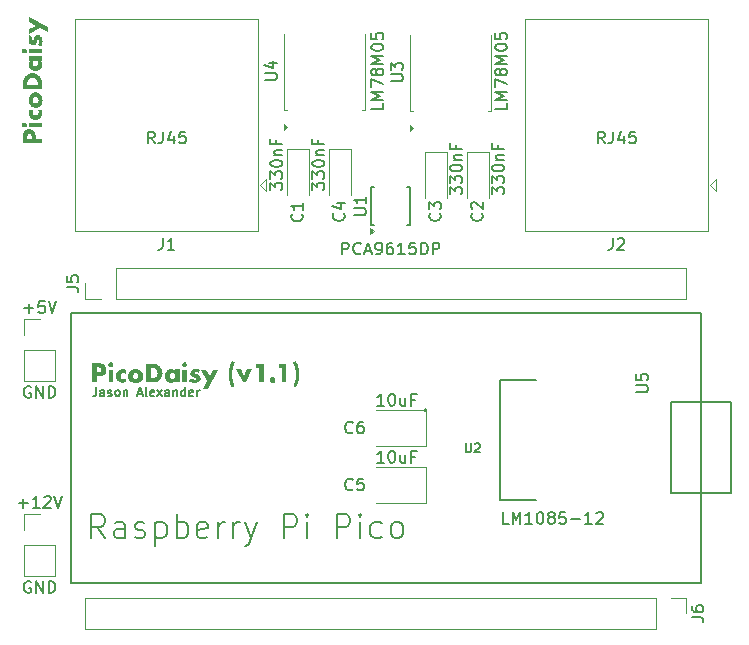
<source format=gto>
%TF.GenerationSoftware,KiCad,Pcbnew,8.0.4*%
%TF.CreationDate,2024-08-14T15:44:39+01:00*%
%TF.ProjectId,PicoChain,5069636f-4368-4616-996e-2e6b69636164,rev?*%
%TF.SameCoordinates,Original*%
%TF.FileFunction,Legend,Top*%
%TF.FilePolarity,Positive*%
%FSLAX46Y46*%
G04 Gerber Fmt 4.6, Leading zero omitted, Abs format (unit mm)*
G04 Created by KiCad (PCBNEW 8.0.4) date 2024-08-14 15:44:39*
%MOMM*%
%LPD*%
G01*
G04 APERTURE LIST*
%ADD10C,0.300000*%
%ADD11C,0.150000*%
%ADD12C,0.120000*%
%ADD13C,0.127000*%
%ADD14C,0.200000*%
%ADD15C,0.152400*%
G04 APERTURE END LIST*
D10*
G36*
X127751692Y-78643526D02*
G01*
X127835704Y-78656852D01*
X127911730Y-78680174D01*
X127979771Y-78713490D01*
X128039826Y-78756801D01*
X128066859Y-78782205D01*
X128114047Y-78839765D01*
X128151472Y-78906110D01*
X128179134Y-78981239D01*
X128197033Y-79065152D01*
X128204491Y-79141790D01*
X128205711Y-79190701D01*
X128205711Y-79434699D01*
X128733276Y-79434699D01*
X128733276Y-79835868D01*
X127144720Y-79835868D01*
X127144720Y-79294748D01*
X127478845Y-79294748D01*
X127478845Y-79434699D01*
X127871587Y-79434699D01*
X127871587Y-79294748D01*
X127864683Y-79215687D01*
X127839178Y-79144122D01*
X127787017Y-79089597D01*
X127710310Y-79064152D01*
X127675216Y-79062107D01*
X127598700Y-79073239D01*
X127534266Y-79113224D01*
X127494378Y-79182290D01*
X127479612Y-79266577D01*
X127478845Y-79294748D01*
X127144720Y-79294748D01*
X127144720Y-79185938D01*
X127148119Y-79106300D01*
X127158316Y-79032709D01*
X127179525Y-78952381D01*
X127210523Y-78880760D01*
X127251309Y-78817845D01*
X127283939Y-78780739D01*
X127340014Y-78732929D01*
X127404101Y-78695010D01*
X127476198Y-78666983D01*
X127556308Y-78648848D01*
X127644428Y-78640605D01*
X127675582Y-78640055D01*
X127751692Y-78643526D01*
G37*
G36*
X127666423Y-78084647D02*
G01*
X128745000Y-78084647D01*
X128745000Y-78459804D01*
X127666423Y-78459804D01*
X127666423Y-78084647D01*
G37*
G36*
X127244371Y-78483251D02*
G01*
X127169865Y-78469711D01*
X127162672Y-78466765D01*
X127100772Y-78426653D01*
X127095261Y-78421336D01*
X127053033Y-78361355D01*
X127049832Y-78354291D01*
X127033491Y-78280355D01*
X127033346Y-78272226D01*
X127046886Y-78197719D01*
X127049832Y-78190526D01*
X127089944Y-78128927D01*
X127095261Y-78123482D01*
X127155543Y-78081253D01*
X127162672Y-78078053D01*
X127236245Y-78061348D01*
X127244371Y-78061200D01*
X127318816Y-78075041D01*
X127326071Y-78078053D01*
X127387971Y-78118164D01*
X127393482Y-78123482D01*
X127436758Y-78185756D01*
X127438911Y-78190526D01*
X127455252Y-78264099D01*
X127455397Y-78272226D01*
X127442775Y-78344594D01*
X127438911Y-78354291D01*
X127398737Y-78415829D01*
X127393482Y-78421336D01*
X127333200Y-78463564D01*
X127326071Y-78466765D01*
X127252435Y-78483107D01*
X127244371Y-78483251D01*
G37*
G36*
X128014469Y-76987020D02*
G01*
X127976507Y-77054444D01*
X127953065Y-77128392D01*
X127947791Y-77184124D01*
X127957633Y-77258282D01*
X127966842Y-77285240D01*
X128003730Y-77348644D01*
X128019965Y-77366939D01*
X128078835Y-77411041D01*
X128101664Y-77421894D01*
X128174753Y-77440113D01*
X128206444Y-77441678D01*
X128279693Y-77432327D01*
X128310125Y-77421894D01*
X128373460Y-77384182D01*
X128391458Y-77368039D01*
X128435876Y-77306528D01*
X128444947Y-77286339D01*
X128462154Y-77214131D01*
X128463632Y-77184124D01*
X128453328Y-77106947D01*
X128422416Y-77033685D01*
X128390359Y-76987020D01*
X128708729Y-76987020D01*
X128734856Y-77056606D01*
X128755325Y-77132646D01*
X128766347Y-77206310D01*
X128768447Y-77254099D01*
X128763728Y-77333609D01*
X128749572Y-77410435D01*
X128728513Y-77477948D01*
X128696946Y-77548048D01*
X128657154Y-77612260D01*
X128613841Y-77665526D01*
X128558743Y-77717338D01*
X128496719Y-77761444D01*
X128434323Y-77794853D01*
X128359681Y-77822178D01*
X128286866Y-77837176D01*
X128209328Y-77842800D01*
X128201315Y-77842847D01*
X128123284Y-77838339D01*
X128049474Y-77824815D01*
X127973160Y-77799525D01*
X127966475Y-77796685D01*
X127896686Y-77760966D01*
X127833910Y-77717281D01*
X127782927Y-77670655D01*
X127734016Y-77611945D01*
X127693070Y-77546135D01*
X127662759Y-77480146D01*
X127639962Y-77409685D01*
X127625608Y-77336148D01*
X127619697Y-77259533D01*
X127619528Y-77243841D01*
X127624368Y-77167241D01*
X127638887Y-77094060D01*
X127663085Y-77024298D01*
X127680711Y-76987020D01*
X128014469Y-76987020D01*
G37*
G36*
X128285686Y-75526759D02*
G01*
X128360197Y-75541249D01*
X128430343Y-75565399D01*
X128443848Y-75571388D01*
X128514184Y-75609720D01*
X128577594Y-75656711D01*
X128629228Y-75706943D01*
X128678470Y-75769994D01*
X128716022Y-75834452D01*
X128746705Y-75905707D01*
X128749396Y-75913206D01*
X128771807Y-75990507D01*
X128784880Y-76063444D01*
X128791230Y-76139568D01*
X128791894Y-76174424D01*
X128788532Y-76250670D01*
X128778447Y-76323613D01*
X128759356Y-76400785D01*
X128749396Y-76430512D01*
X128719292Y-76500637D01*
X128682105Y-76564464D01*
X128633017Y-76627402D01*
X128628129Y-76632745D01*
X128570174Y-76686851D01*
X128505120Y-76732299D01*
X128439818Y-76766102D01*
X128368957Y-76791411D01*
X128293301Y-76807347D01*
X128212851Y-76813908D01*
X128196186Y-76814096D01*
X128121775Y-76809409D01*
X128043643Y-76793427D01*
X127969406Y-76766102D01*
X127900365Y-76728439D01*
X127837817Y-76681944D01*
X127786591Y-76632013D01*
X127736924Y-76569012D01*
X127698685Y-76505128D01*
X127667028Y-76434946D01*
X127664225Y-76427581D01*
X127640655Y-76351246D01*
X127626905Y-76278873D01*
X127620227Y-76203023D01*
X127619528Y-76168196D01*
X127953653Y-76168196D01*
X127965504Y-76243490D01*
X127973070Y-76263450D01*
X128012229Y-76326258D01*
X128026559Y-76341120D01*
X128086854Y-76383892D01*
X128106060Y-76393143D01*
X128177158Y-76411690D01*
X128202414Y-76412927D01*
X128277733Y-76402707D01*
X128304630Y-76393143D01*
X128369602Y-76354628D01*
X128385230Y-76341120D01*
X128429648Y-76282569D01*
X128438719Y-76263450D01*
X128456858Y-76189909D01*
X128457770Y-76168196D01*
X128447054Y-76095655D01*
X128438719Y-76072941D01*
X128399560Y-76010357D01*
X128385230Y-75995638D01*
X128324264Y-75952517D01*
X128304630Y-75943248D01*
X128230922Y-75924357D01*
X128204612Y-75923098D01*
X128130561Y-75934432D01*
X128107159Y-75943248D01*
X128042187Y-75981986D01*
X128026559Y-75995638D01*
X127980755Y-76056493D01*
X127973070Y-76072941D01*
X127954582Y-76146357D01*
X127953653Y-76168196D01*
X127619528Y-76168196D01*
X127622977Y-76091714D01*
X127633323Y-76018479D01*
X127652908Y-75940912D01*
X127663126Y-75911008D01*
X127693544Y-75840125D01*
X127730760Y-75775396D01*
X127779549Y-75711301D01*
X127784392Y-75705844D01*
X127841297Y-75650486D01*
X127905214Y-75604307D01*
X127969406Y-75570289D01*
X128038715Y-75544787D01*
X128112460Y-75528730D01*
X128190642Y-75522118D01*
X128206810Y-75521929D01*
X128285686Y-75526759D01*
G37*
G36*
X128025300Y-73894241D02*
G01*
X128101389Y-73905438D01*
X128176059Y-73924100D01*
X128249309Y-73950226D01*
X128319490Y-73982970D01*
X128385321Y-74021484D01*
X128446802Y-74065768D01*
X128503932Y-74115823D01*
X128556116Y-74170823D01*
X128602759Y-74230312D01*
X128643860Y-74294288D01*
X128679420Y-74362752D01*
X128708111Y-74434674D01*
X128728605Y-74509390D01*
X128740901Y-74586899D01*
X128745000Y-74667201D01*
X128745000Y-75273900D01*
X127150582Y-75273900D01*
X127150582Y-74775645D01*
X127502292Y-74775645D01*
X127502292Y-74872732D01*
X128393290Y-74872732D01*
X128393290Y-74775645D01*
X128388550Y-74696562D01*
X128374330Y-74624176D01*
X128359584Y-74579640D01*
X128325253Y-74509496D01*
X128281245Y-74449730D01*
X128266894Y-74434560D01*
X128206423Y-74385117D01*
X128141267Y-74350155D01*
X128126210Y-74344068D01*
X128052029Y-74322530D01*
X127977746Y-74313330D01*
X127947791Y-74312561D01*
X127872750Y-74317881D01*
X127796535Y-74335513D01*
X127770471Y-74344801D01*
X127702831Y-74378200D01*
X127640320Y-74425502D01*
X127629054Y-74436392D01*
X127582281Y-74493443D01*
X127545185Y-74560732D01*
X127536364Y-74581838D01*
X127514304Y-74655358D01*
X127503922Y-74729556D01*
X127502292Y-74775645D01*
X127150582Y-74775645D01*
X127150582Y-74667201D01*
X127154704Y-74587860D01*
X127167069Y-74511038D01*
X127187677Y-74436735D01*
X127216528Y-74364951D01*
X127252019Y-74296486D01*
X127292915Y-74232510D01*
X127339214Y-74173022D01*
X127390917Y-74118021D01*
X127447429Y-74067898D01*
X127508520Y-74023408D01*
X127574191Y-73984550D01*
X127644441Y-73951325D01*
X127717806Y-73924718D01*
X127792819Y-73905713D01*
X127869480Y-73894310D01*
X127947791Y-73890509D01*
X128025300Y-73894241D01*
G37*
G36*
X128721552Y-72826587D02*
G01*
X128604682Y-72826587D01*
X128660336Y-72874939D01*
X128710713Y-72938967D01*
X128745417Y-73011200D01*
X128764449Y-73091638D01*
X128768447Y-73154117D01*
X128763338Y-73232214D01*
X128748013Y-73305809D01*
X128725216Y-73368806D01*
X128687847Y-73438719D01*
X128640586Y-73501728D01*
X128603583Y-73539898D01*
X128546226Y-73586212D01*
X128482462Y-73624906D01*
X128418935Y-73653471D01*
X128343849Y-73676624D01*
X128271606Y-73689332D01*
X128195572Y-73694098D01*
X128187759Y-73694138D01*
X128109048Y-73689462D01*
X128033108Y-73675436D01*
X127966475Y-73654570D01*
X127897556Y-73623479D01*
X127834871Y-73585116D01*
X127783293Y-73543928D01*
X127728905Y-73487085D01*
X127683894Y-73422616D01*
X127659096Y-73375401D01*
X127633231Y-73305431D01*
X127618103Y-73230525D01*
X127613667Y-73158147D01*
X127620381Y-73073910D01*
X127625708Y-73053367D01*
X127947791Y-73053367D01*
X127958507Y-73126044D01*
X127966842Y-73148621D01*
X128006879Y-73212081D01*
X128018866Y-73224459D01*
X128079330Y-73267193D01*
X128095069Y-73274651D01*
X128166392Y-73292092D01*
X128188126Y-73292969D01*
X128262246Y-73282665D01*
X128285212Y-73274651D01*
X128348467Y-73237630D01*
X128363614Y-73224459D01*
X128408116Y-73164683D01*
X128415638Y-73148621D01*
X128433429Y-73075331D01*
X128434323Y-73053367D01*
X128422918Y-72979664D01*
X128415638Y-72960310D01*
X128375601Y-72896850D01*
X128363614Y-72884473D01*
X128302424Y-72840901D01*
X128286311Y-72833182D01*
X128213817Y-72814693D01*
X128192156Y-72813764D01*
X128117085Y-72825616D01*
X128097267Y-72833182D01*
X128034012Y-72871124D01*
X128018866Y-72884473D01*
X127974364Y-72944249D01*
X127966842Y-72960310D01*
X127948702Y-73032009D01*
X127947791Y-73053367D01*
X127625708Y-73053367D01*
X127640524Y-72996229D01*
X127674096Y-72925106D01*
X127721097Y-72860539D01*
X127753984Y-72826587D01*
X127642976Y-72826587D01*
X127642976Y-72451430D01*
X128721552Y-72451430D01*
X128721552Y-72826587D01*
G37*
G36*
X127666423Y-71824214D02*
G01*
X128745000Y-71824214D01*
X128745000Y-72199371D01*
X127666423Y-72199371D01*
X127666423Y-71824214D01*
G37*
G36*
X127244371Y-72222819D02*
G01*
X127169865Y-72209279D01*
X127162672Y-72206332D01*
X127100772Y-72166220D01*
X127095261Y-72160903D01*
X127053033Y-72100922D01*
X127049832Y-72093859D01*
X127033491Y-72019922D01*
X127033346Y-72011793D01*
X127046886Y-71937286D01*
X127049832Y-71930094D01*
X127089944Y-71868494D01*
X127095261Y-71863049D01*
X127155543Y-71820821D01*
X127162672Y-71817620D01*
X127236245Y-71800915D01*
X127244371Y-71800767D01*
X127318816Y-71814608D01*
X127326071Y-71817620D01*
X127387971Y-71857732D01*
X127393482Y-71863049D01*
X127436758Y-71925324D01*
X127438911Y-71930094D01*
X127455252Y-72003667D01*
X127455397Y-72011793D01*
X127442775Y-72084161D01*
X127438911Y-72093859D01*
X127398737Y-72155396D01*
X127393482Y-72160903D01*
X127333200Y-72203132D01*
X127326071Y-72206332D01*
X127252435Y-72222674D01*
X127244371Y-72222819D01*
G37*
G36*
X127932770Y-70831367D02*
G01*
X127901274Y-70904187D01*
X127882851Y-70976054D01*
X127877449Y-71040561D01*
X127891719Y-71114291D01*
X127899064Y-71127390D01*
X127956950Y-71160362D01*
X127988457Y-71155233D01*
X128010806Y-71131786D01*
X128030223Y-71078297D01*
X128046818Y-71006391D01*
X128051472Y-70985607D01*
X128070752Y-70910800D01*
X128099996Y-70838739D01*
X128141870Y-70773695D01*
X128166510Y-70747103D01*
X128228637Y-70702049D01*
X128301673Y-70675697D01*
X128377536Y-70667969D01*
X128452917Y-70674257D01*
X128526928Y-70695094D01*
X128551559Y-70706071D01*
X128614501Y-70745090D01*
X128668046Y-70795469D01*
X128681618Y-70811950D01*
X128722972Y-70876515D01*
X128753334Y-70945886D01*
X128762951Y-70974982D01*
X128780588Y-71048879D01*
X128790085Y-71128237D01*
X128791894Y-71184176D01*
X128787566Y-71266389D01*
X128774583Y-71348164D01*
X128752945Y-71429501D01*
X128722651Y-71510401D01*
X128690795Y-71577482D01*
X128668796Y-71617585D01*
X128397320Y-71479099D01*
X128441431Y-71407795D01*
X128474707Y-71338139D01*
X128499471Y-71260550D01*
X128510084Y-71185113D01*
X128510526Y-71166591D01*
X128496215Y-71093944D01*
X128487079Y-71077930D01*
X128426995Y-71043126D01*
X128391824Y-71048621D01*
X128366179Y-71070969D01*
X128344563Y-71121894D01*
X128327052Y-71196306D01*
X128324413Y-71209455D01*
X128306577Y-71283589D01*
X128282156Y-71355563D01*
X128245577Y-71426403D01*
X128215969Y-71463346D01*
X128154609Y-71507327D01*
X128084694Y-71529810D01*
X128017766Y-71535519D01*
X127940559Y-71529068D01*
X127865775Y-71507837D01*
X127851803Y-71501814D01*
X127787414Y-71463431D01*
X127733007Y-71412169D01*
X127726507Y-71404361D01*
X127683574Y-71338882D01*
X127652799Y-71267456D01*
X127647372Y-71250854D01*
X127629344Y-71174302D01*
X127620861Y-71097734D01*
X127619528Y-71050453D01*
X127622789Y-70972244D01*
X127632572Y-70895017D01*
X127648876Y-70818772D01*
X127671701Y-70743509D01*
X127687672Y-70700942D01*
X127932770Y-70831367D01*
G37*
G36*
X128598820Y-70086915D02*
G01*
X127666423Y-70607885D01*
X127666423Y-70166782D01*
X128219633Y-69879187D01*
X127666423Y-69600017D01*
X127666423Y-69162944D01*
X129284288Y-70028297D01*
X129284288Y-70454745D01*
X128598820Y-70086915D01*
G37*
G36*
X133735699Y-98478119D02*
G01*
X133809290Y-98488316D01*
X133889618Y-98509525D01*
X133961239Y-98540523D01*
X134024154Y-98581309D01*
X134061260Y-98613939D01*
X134109070Y-98670014D01*
X134146989Y-98734101D01*
X134175016Y-98806198D01*
X134193151Y-98886308D01*
X134201394Y-98974428D01*
X134201944Y-99005582D01*
X134198473Y-99081692D01*
X134185147Y-99165704D01*
X134161825Y-99241730D01*
X134128509Y-99309771D01*
X134085198Y-99369826D01*
X134059794Y-99396859D01*
X134002234Y-99444047D01*
X133935889Y-99481472D01*
X133860760Y-99509134D01*
X133776847Y-99527033D01*
X133700209Y-99534491D01*
X133651298Y-99535711D01*
X133407300Y-99535711D01*
X133407300Y-100063276D01*
X133006131Y-100063276D01*
X133006131Y-99201587D01*
X133407300Y-99201587D01*
X133547251Y-99201587D01*
X133626312Y-99194683D01*
X133697877Y-99169178D01*
X133752402Y-99117017D01*
X133777847Y-99040310D01*
X133779892Y-99005216D01*
X133768760Y-98928700D01*
X133728775Y-98864266D01*
X133659709Y-98824378D01*
X133575422Y-98809612D01*
X133547251Y-98808845D01*
X133407300Y-98808845D01*
X133407300Y-99201587D01*
X133006131Y-99201587D01*
X133006131Y-98474720D01*
X133656061Y-98474720D01*
X133735699Y-98478119D01*
G37*
G36*
X134757352Y-98996423D02*
G01*
X134757352Y-100075000D01*
X134382195Y-100075000D01*
X134382195Y-98996423D01*
X134757352Y-98996423D01*
G37*
G36*
X134358748Y-98574371D02*
G01*
X134372288Y-98499865D01*
X134375234Y-98492672D01*
X134415346Y-98430772D01*
X134420663Y-98425261D01*
X134480644Y-98383033D01*
X134487708Y-98379832D01*
X134561644Y-98363491D01*
X134569773Y-98363346D01*
X134644280Y-98376886D01*
X134651473Y-98379832D01*
X134713072Y-98419944D01*
X134718517Y-98425261D01*
X134760746Y-98485543D01*
X134763946Y-98492672D01*
X134780651Y-98566245D01*
X134780799Y-98574371D01*
X134766958Y-98648816D01*
X134763946Y-98656071D01*
X134723835Y-98717971D01*
X134718517Y-98723482D01*
X134656243Y-98766758D01*
X134651473Y-98768911D01*
X134577900Y-98785252D01*
X134569773Y-98785397D01*
X134497405Y-98772775D01*
X134487708Y-98768911D01*
X134426170Y-98728737D01*
X134420663Y-98723482D01*
X134378435Y-98663200D01*
X134375234Y-98656071D01*
X134358892Y-98582435D01*
X134358748Y-98574371D01*
G37*
G36*
X135854979Y-99344469D02*
G01*
X135787555Y-99306507D01*
X135713607Y-99283065D01*
X135657875Y-99277791D01*
X135583717Y-99287633D01*
X135556759Y-99296842D01*
X135493355Y-99333730D01*
X135475060Y-99349965D01*
X135430958Y-99408835D01*
X135420105Y-99431664D01*
X135401886Y-99504753D01*
X135400321Y-99536444D01*
X135409672Y-99609693D01*
X135420105Y-99640125D01*
X135457817Y-99703460D01*
X135473960Y-99721458D01*
X135535471Y-99765876D01*
X135555660Y-99774947D01*
X135627868Y-99792154D01*
X135657875Y-99793632D01*
X135735052Y-99783328D01*
X135808314Y-99752416D01*
X135854979Y-99720359D01*
X135854979Y-100038729D01*
X135785393Y-100064856D01*
X135709353Y-100085325D01*
X135635689Y-100096347D01*
X135587900Y-100098447D01*
X135508390Y-100093728D01*
X135431564Y-100079572D01*
X135364051Y-100058513D01*
X135293951Y-100026946D01*
X135229739Y-99987154D01*
X135176473Y-99943841D01*
X135124661Y-99888743D01*
X135080555Y-99826719D01*
X135047146Y-99764323D01*
X135019821Y-99689681D01*
X135004823Y-99616866D01*
X134999199Y-99539328D01*
X134999152Y-99531315D01*
X135003660Y-99453284D01*
X135017184Y-99379474D01*
X135042474Y-99303160D01*
X135045314Y-99296475D01*
X135081033Y-99226686D01*
X135124718Y-99163910D01*
X135171344Y-99112927D01*
X135230054Y-99064016D01*
X135295864Y-99023070D01*
X135361853Y-98992759D01*
X135432314Y-98969962D01*
X135505851Y-98955608D01*
X135582466Y-98949697D01*
X135598158Y-98949528D01*
X135674758Y-98954368D01*
X135747939Y-98968887D01*
X135817701Y-98993085D01*
X135854979Y-99010711D01*
X135854979Y-99344469D01*
G37*
G36*
X136750285Y-98952977D02*
G01*
X136823520Y-98963323D01*
X136901087Y-98982908D01*
X136930991Y-98993126D01*
X137001874Y-99023544D01*
X137066603Y-99060760D01*
X137130698Y-99109549D01*
X137136155Y-99114392D01*
X137191513Y-99171297D01*
X137237692Y-99235214D01*
X137271710Y-99299406D01*
X137297212Y-99368715D01*
X137313269Y-99442460D01*
X137319881Y-99520642D01*
X137320070Y-99536810D01*
X137315240Y-99615686D01*
X137300750Y-99690197D01*
X137276600Y-99760343D01*
X137270611Y-99773848D01*
X137232279Y-99844184D01*
X137185288Y-99907594D01*
X137135056Y-99959228D01*
X137072005Y-100008470D01*
X137007547Y-100046022D01*
X136936292Y-100076705D01*
X136928793Y-100079396D01*
X136851492Y-100101807D01*
X136778555Y-100114880D01*
X136702431Y-100121230D01*
X136667575Y-100121894D01*
X136591329Y-100118532D01*
X136518386Y-100108447D01*
X136441214Y-100089356D01*
X136411487Y-100079396D01*
X136341362Y-100049292D01*
X136277535Y-100012105D01*
X136214597Y-99963017D01*
X136209254Y-99958129D01*
X136155148Y-99900174D01*
X136109700Y-99835120D01*
X136075897Y-99769818D01*
X136050588Y-99698957D01*
X136034652Y-99623301D01*
X136028091Y-99542851D01*
X136027973Y-99532414D01*
X136429072Y-99532414D01*
X136439292Y-99607733D01*
X136448856Y-99634630D01*
X136487371Y-99699602D01*
X136500879Y-99715230D01*
X136559430Y-99759648D01*
X136578549Y-99768719D01*
X136652090Y-99786858D01*
X136673803Y-99787770D01*
X136746344Y-99777054D01*
X136769058Y-99768719D01*
X136831642Y-99729560D01*
X136846361Y-99715230D01*
X136889482Y-99654264D01*
X136898751Y-99634630D01*
X136917642Y-99560922D01*
X136918901Y-99534612D01*
X136907567Y-99460561D01*
X136898751Y-99437159D01*
X136860013Y-99372187D01*
X136846361Y-99356559D01*
X136785506Y-99310755D01*
X136769058Y-99303070D01*
X136695642Y-99284582D01*
X136673803Y-99283653D01*
X136598509Y-99295504D01*
X136578549Y-99303070D01*
X136515741Y-99342229D01*
X136500879Y-99356559D01*
X136458107Y-99416854D01*
X136448856Y-99436060D01*
X136430309Y-99507158D01*
X136429072Y-99532414D01*
X136027973Y-99532414D01*
X136027903Y-99526186D01*
X136032590Y-99451775D01*
X136048572Y-99373643D01*
X136075897Y-99299406D01*
X136113560Y-99230365D01*
X136160055Y-99167817D01*
X136209986Y-99116591D01*
X136272987Y-99066924D01*
X136336871Y-99028685D01*
X136407053Y-98997028D01*
X136414418Y-98994225D01*
X136490753Y-98970655D01*
X136563126Y-98956905D01*
X136638976Y-98950227D01*
X136673803Y-98949528D01*
X136750285Y-98952977D01*
G37*
G36*
X138254139Y-98484704D02*
G01*
X138330961Y-98497069D01*
X138405264Y-98517677D01*
X138477048Y-98546528D01*
X138545513Y-98582019D01*
X138609489Y-98622915D01*
X138668977Y-98669214D01*
X138723978Y-98720917D01*
X138774101Y-98777429D01*
X138818591Y-98838520D01*
X138857449Y-98904191D01*
X138890674Y-98974441D01*
X138917281Y-99047806D01*
X138936286Y-99122819D01*
X138947689Y-99199480D01*
X138951490Y-99277791D01*
X138947758Y-99355300D01*
X138936561Y-99431389D01*
X138917899Y-99506059D01*
X138891773Y-99579309D01*
X138859029Y-99649490D01*
X138820515Y-99715321D01*
X138776231Y-99776802D01*
X138726176Y-99833932D01*
X138671176Y-99886116D01*
X138611687Y-99932759D01*
X138547711Y-99973860D01*
X138479247Y-100009420D01*
X138407325Y-100038111D01*
X138332609Y-100058605D01*
X138255100Y-100070901D01*
X138174798Y-100075000D01*
X137568099Y-100075000D01*
X137568099Y-99723290D01*
X137969267Y-99723290D01*
X138066354Y-99723290D01*
X138145437Y-99718550D01*
X138217823Y-99704330D01*
X138262359Y-99689584D01*
X138332503Y-99655253D01*
X138392269Y-99611245D01*
X138407439Y-99596894D01*
X138456882Y-99536423D01*
X138491844Y-99471267D01*
X138497931Y-99456210D01*
X138519469Y-99382029D01*
X138528669Y-99307746D01*
X138529438Y-99277791D01*
X138524118Y-99202750D01*
X138506486Y-99126535D01*
X138497198Y-99100471D01*
X138463799Y-99032831D01*
X138416497Y-98970320D01*
X138405607Y-98959054D01*
X138348556Y-98912281D01*
X138281267Y-98875185D01*
X138260161Y-98866364D01*
X138186641Y-98844304D01*
X138112443Y-98833922D01*
X138066354Y-98832292D01*
X137969267Y-98832292D01*
X137969267Y-99723290D01*
X137568099Y-99723290D01*
X137568099Y-98480582D01*
X138174798Y-98480582D01*
X138254139Y-98484704D01*
G37*
G36*
X139768089Y-98950381D02*
G01*
X139845770Y-98970524D01*
X139916893Y-99004096D01*
X139981460Y-99051097D01*
X140015412Y-99083984D01*
X140015412Y-98972976D01*
X140390569Y-98972976D01*
X140390569Y-100051552D01*
X140015412Y-100051552D01*
X140015412Y-99934682D01*
X139967060Y-99990336D01*
X139903032Y-100040713D01*
X139830799Y-100075417D01*
X139750361Y-100094449D01*
X139687882Y-100098447D01*
X139609785Y-100093338D01*
X139536190Y-100078013D01*
X139473193Y-100055216D01*
X139403280Y-100017847D01*
X139340271Y-99970586D01*
X139302101Y-99933583D01*
X139255787Y-99876226D01*
X139217093Y-99812462D01*
X139188528Y-99748935D01*
X139165375Y-99673849D01*
X139152667Y-99601606D01*
X139147901Y-99525572D01*
X139147863Y-99518126D01*
X139549030Y-99518126D01*
X139559334Y-99592246D01*
X139567348Y-99615212D01*
X139604369Y-99678467D01*
X139617540Y-99693614D01*
X139677316Y-99738116D01*
X139693378Y-99745638D01*
X139766668Y-99763429D01*
X139788632Y-99764323D01*
X139862335Y-99752918D01*
X139881689Y-99745638D01*
X139945149Y-99705601D01*
X139957526Y-99693614D01*
X140001098Y-99632424D01*
X140008817Y-99616311D01*
X140027306Y-99543817D01*
X140028235Y-99522156D01*
X140016383Y-99447085D01*
X140008817Y-99427267D01*
X139970875Y-99364012D01*
X139957526Y-99348866D01*
X139897750Y-99304364D01*
X139881689Y-99296842D01*
X139809990Y-99278702D01*
X139788632Y-99277791D01*
X139715955Y-99288507D01*
X139693378Y-99296842D01*
X139629918Y-99336879D01*
X139617540Y-99348866D01*
X139574806Y-99409330D01*
X139567348Y-99425069D01*
X139549907Y-99496392D01*
X139549030Y-99518126D01*
X139147863Y-99518126D01*
X139147861Y-99517759D01*
X139152537Y-99439048D01*
X139166563Y-99363108D01*
X139187429Y-99296475D01*
X139218520Y-99227556D01*
X139256883Y-99164871D01*
X139298071Y-99113293D01*
X139354914Y-99058905D01*
X139419383Y-99013894D01*
X139466598Y-98989096D01*
X139536568Y-98963231D01*
X139611474Y-98948103D01*
X139683852Y-98943667D01*
X139768089Y-98950381D01*
G37*
G36*
X141017785Y-98996423D02*
G01*
X141017785Y-100075000D01*
X140642628Y-100075000D01*
X140642628Y-98996423D01*
X141017785Y-98996423D01*
G37*
G36*
X140619180Y-98574371D02*
G01*
X140632720Y-98499865D01*
X140635667Y-98492672D01*
X140675779Y-98430772D01*
X140681096Y-98425261D01*
X140741077Y-98383033D01*
X140748140Y-98379832D01*
X140822077Y-98363491D01*
X140830206Y-98363346D01*
X140904713Y-98376886D01*
X140911905Y-98379832D01*
X140973505Y-98419944D01*
X140978950Y-98425261D01*
X141021178Y-98485543D01*
X141024379Y-98492672D01*
X141041084Y-98566245D01*
X141041232Y-98574371D01*
X141027391Y-98648816D01*
X141024379Y-98656071D01*
X140984267Y-98717971D01*
X140978950Y-98723482D01*
X140916675Y-98766758D01*
X140911905Y-98768911D01*
X140838332Y-98785252D01*
X140830206Y-98785397D01*
X140757838Y-98772775D01*
X140748140Y-98768911D01*
X140686603Y-98728737D01*
X140681096Y-98723482D01*
X140638867Y-98663200D01*
X140635667Y-98656071D01*
X140619325Y-98582435D01*
X140619180Y-98574371D01*
G37*
G36*
X142010632Y-99262770D02*
G01*
X141937812Y-99231274D01*
X141865945Y-99212851D01*
X141801438Y-99207449D01*
X141727708Y-99221719D01*
X141714609Y-99229064D01*
X141681637Y-99286950D01*
X141686766Y-99318457D01*
X141710213Y-99340806D01*
X141763702Y-99360223D01*
X141835608Y-99376818D01*
X141856392Y-99381472D01*
X141931199Y-99400752D01*
X142003260Y-99429996D01*
X142068304Y-99471870D01*
X142094896Y-99496510D01*
X142139950Y-99558637D01*
X142166302Y-99631673D01*
X142174030Y-99707536D01*
X142167742Y-99782917D01*
X142146905Y-99856928D01*
X142135928Y-99881559D01*
X142096909Y-99944501D01*
X142046530Y-99998046D01*
X142030049Y-100011618D01*
X141965484Y-100052972D01*
X141896113Y-100083334D01*
X141867017Y-100092951D01*
X141793120Y-100110588D01*
X141713762Y-100120085D01*
X141657823Y-100121894D01*
X141575610Y-100117566D01*
X141493835Y-100104583D01*
X141412498Y-100082945D01*
X141331598Y-100052651D01*
X141264517Y-100020795D01*
X141224414Y-99998796D01*
X141362900Y-99727320D01*
X141434204Y-99771431D01*
X141503860Y-99804707D01*
X141581449Y-99829471D01*
X141656886Y-99840084D01*
X141675408Y-99840526D01*
X141748055Y-99826215D01*
X141764069Y-99817079D01*
X141798873Y-99756995D01*
X141793378Y-99721824D01*
X141771030Y-99696179D01*
X141720105Y-99674563D01*
X141645693Y-99657052D01*
X141632544Y-99654413D01*
X141558410Y-99636577D01*
X141486436Y-99612156D01*
X141415596Y-99575577D01*
X141378653Y-99545969D01*
X141334672Y-99484609D01*
X141312189Y-99414694D01*
X141306480Y-99347766D01*
X141312931Y-99270559D01*
X141334162Y-99195775D01*
X141340185Y-99181803D01*
X141378568Y-99117414D01*
X141429830Y-99063007D01*
X141437638Y-99056507D01*
X141503117Y-99013574D01*
X141574543Y-98982799D01*
X141591145Y-98977372D01*
X141667697Y-98959344D01*
X141744265Y-98950861D01*
X141791546Y-98949528D01*
X141869755Y-98952789D01*
X141946982Y-98962572D01*
X142023227Y-98978876D01*
X142098490Y-99001701D01*
X142141057Y-99017672D01*
X142010632Y-99262770D01*
G37*
G36*
X142755084Y-99928820D02*
G01*
X142234114Y-98996423D01*
X142675217Y-98996423D01*
X142962812Y-99549633D01*
X143241982Y-98996423D01*
X143679055Y-98996423D01*
X142813702Y-100614288D01*
X142387254Y-100614288D01*
X142755084Y-99928820D01*
G37*
G36*
X145079665Y-98386427D02*
G01*
X145036518Y-98465601D01*
X144997615Y-98547603D01*
X144962956Y-98632431D01*
X144932541Y-98720087D01*
X144906370Y-98810570D01*
X144884443Y-98903880D01*
X144866760Y-99000018D01*
X144853321Y-99098982D01*
X144844126Y-99200774D01*
X144839174Y-99305393D01*
X144838231Y-99376709D01*
X144839622Y-99455486D01*
X144843795Y-99534785D01*
X144850751Y-99614606D01*
X144855817Y-99659176D01*
X144866987Y-99738620D01*
X144880302Y-99816209D01*
X144895761Y-99891943D01*
X144905276Y-99933217D01*
X144923984Y-100005573D01*
X144947082Y-100082638D01*
X144972613Y-100156197D01*
X144980747Y-100177581D01*
X145009455Y-100245545D01*
X145043348Y-100313858D01*
X145079665Y-100375418D01*
X144850688Y-100506577D01*
X144807981Y-100437282D01*
X144768477Y-100364267D01*
X144732176Y-100287531D01*
X144699076Y-100207074D01*
X144669178Y-100122896D01*
X144647565Y-100052875D01*
X144632701Y-99998796D01*
X144614926Y-99924973D01*
X144599522Y-99849502D01*
X144586487Y-99772383D01*
X144575823Y-99693614D01*
X144567528Y-99613197D01*
X144561603Y-99531132D01*
X144558048Y-99447418D01*
X144556863Y-99362055D01*
X144558054Y-99285851D01*
X144561626Y-99209647D01*
X144567580Y-99133443D01*
X144575914Y-99057240D01*
X144586676Y-98981585D01*
X144599545Y-98907030D01*
X144614520Y-98833574D01*
X144631602Y-98761217D01*
X144651042Y-98690234D01*
X144675594Y-98612787D01*
X144702987Y-98537890D01*
X144722826Y-98489375D01*
X144755158Y-98419015D01*
X144790330Y-98352190D01*
X144828343Y-98288901D01*
X144850688Y-98255268D01*
X145079665Y-98386427D01*
G37*
G36*
X145622617Y-98984699D02*
G01*
X145879072Y-99543771D01*
X146139191Y-98984699D01*
X146563441Y-98984699D01*
X146002903Y-100075000D01*
X145748646Y-100075000D01*
X145194337Y-98984699D01*
X145622617Y-98984699D01*
G37*
G36*
X147125810Y-98832292D02*
G01*
X146891337Y-98832292D01*
X146891337Y-98480582D01*
X147526979Y-98480582D01*
X147526979Y-100075000D01*
X147125810Y-100075000D01*
X147125810Y-98832292D01*
G37*
G36*
X148015342Y-99876064D02*
G01*
X148025852Y-99802974D01*
X148034027Y-99780076D01*
X148072738Y-99716598D01*
X148086783Y-99701308D01*
X148146380Y-99657462D01*
X148165551Y-99648551D01*
X148239665Y-99630412D01*
X148261539Y-99629501D01*
X148334285Y-99640217D01*
X148357160Y-99648551D01*
X148420639Y-99687138D01*
X148435928Y-99701308D01*
X148479774Y-99760905D01*
X148488685Y-99780076D01*
X148506824Y-99854065D01*
X148507736Y-99876064D01*
X148497020Y-99948673D01*
X148488685Y-99971685D01*
X148450098Y-100035163D01*
X148435928Y-100050453D01*
X148376332Y-100093950D01*
X148357160Y-100102843D01*
X148283395Y-100120983D01*
X148261539Y-100121894D01*
X148188587Y-100111178D01*
X148165551Y-100102843D01*
X148102073Y-100064480D01*
X148086783Y-100050453D01*
X148043063Y-99990856D01*
X148034027Y-99971685D01*
X148016236Y-99897795D01*
X148015342Y-99876064D01*
G37*
G36*
X149029438Y-98832292D02*
G01*
X148794965Y-98832292D01*
X148794965Y-98480582D01*
X149430607Y-98480582D01*
X149430607Y-100075000D01*
X149029438Y-100075000D01*
X149029438Y-98832292D01*
G37*
G36*
X150004334Y-100375418D02*
G01*
X150047481Y-100295559D01*
X150086384Y-100213014D01*
X150121043Y-100127784D01*
X150151458Y-100039869D01*
X150177629Y-99949268D01*
X150199556Y-99855981D01*
X150217239Y-99760009D01*
X150230678Y-99661351D01*
X150239873Y-99560008D01*
X150244825Y-99455980D01*
X150245768Y-99385136D01*
X150244348Y-99308484D01*
X150240088Y-99230614D01*
X150232988Y-99151528D01*
X150227816Y-99107065D01*
X150216736Y-99027447D01*
X150203280Y-98949337D01*
X150187447Y-98872733D01*
X150177624Y-98830826D01*
X150158356Y-98757349D01*
X150137232Y-98686944D01*
X150111587Y-98612319D01*
X150100688Y-98583531D01*
X150072387Y-98515166D01*
X150039356Y-98447073D01*
X150004334Y-98386427D01*
X150233311Y-98255268D01*
X150276009Y-98324545D01*
X150315486Y-98397506D01*
X150351743Y-98474153D01*
X150384780Y-98554485D01*
X150414597Y-98638502D01*
X150441195Y-98726204D01*
X150450932Y-98762316D01*
X150468792Y-98835944D01*
X150484271Y-98911381D01*
X150497368Y-98988626D01*
X150508085Y-99067681D01*
X150516419Y-99148544D01*
X150522373Y-99231217D01*
X150525945Y-99315698D01*
X150527136Y-99401988D01*
X150525922Y-99478192D01*
X150522281Y-99554396D01*
X150516213Y-99630600D01*
X150507718Y-99706803D01*
X150497025Y-99782343D01*
X150483996Y-99856555D01*
X150468632Y-99929438D01*
X150450932Y-100000994D01*
X150428521Y-100079733D01*
X150403327Y-100156443D01*
X150375352Y-100231124D01*
X150358608Y-100271737D01*
X150326627Y-100342451D01*
X150292096Y-100409514D01*
X150255014Y-100472926D01*
X150233311Y-100506577D01*
X150004334Y-100375418D01*
G37*
D11*
X133333541Y-100496414D02*
X133333541Y-101032128D01*
X133333541Y-101032128D02*
X133297826Y-101139271D01*
X133297826Y-101139271D02*
X133226398Y-101210700D01*
X133226398Y-101210700D02*
X133119255Y-101246414D01*
X133119255Y-101246414D02*
X133047826Y-101246414D01*
X134012113Y-101246414D02*
X134012113Y-100853557D01*
X134012113Y-100853557D02*
X133976398Y-100782128D01*
X133976398Y-100782128D02*
X133904970Y-100746414D01*
X133904970Y-100746414D02*
X133762113Y-100746414D01*
X133762113Y-100746414D02*
X133690684Y-100782128D01*
X134012113Y-101210700D02*
X133940684Y-101246414D01*
X133940684Y-101246414D02*
X133762113Y-101246414D01*
X133762113Y-101246414D02*
X133690684Y-101210700D01*
X133690684Y-101210700D02*
X133654970Y-101139271D01*
X133654970Y-101139271D02*
X133654970Y-101067842D01*
X133654970Y-101067842D02*
X133690684Y-100996414D01*
X133690684Y-100996414D02*
X133762113Y-100960700D01*
X133762113Y-100960700D02*
X133940684Y-100960700D01*
X133940684Y-100960700D02*
X134012113Y-100924985D01*
X134333541Y-101210700D02*
X134404969Y-101246414D01*
X134404969Y-101246414D02*
X134547826Y-101246414D01*
X134547826Y-101246414D02*
X134619255Y-101210700D01*
X134619255Y-101210700D02*
X134654969Y-101139271D01*
X134654969Y-101139271D02*
X134654969Y-101103557D01*
X134654969Y-101103557D02*
X134619255Y-101032128D01*
X134619255Y-101032128D02*
X134547826Y-100996414D01*
X134547826Y-100996414D02*
X134440684Y-100996414D01*
X134440684Y-100996414D02*
X134369255Y-100960700D01*
X134369255Y-100960700D02*
X134333541Y-100889271D01*
X134333541Y-100889271D02*
X134333541Y-100853557D01*
X134333541Y-100853557D02*
X134369255Y-100782128D01*
X134369255Y-100782128D02*
X134440684Y-100746414D01*
X134440684Y-100746414D02*
X134547826Y-100746414D01*
X134547826Y-100746414D02*
X134619255Y-100782128D01*
X135083541Y-101246414D02*
X135012112Y-101210700D01*
X135012112Y-101210700D02*
X134976398Y-101174985D01*
X134976398Y-101174985D02*
X134940684Y-101103557D01*
X134940684Y-101103557D02*
X134940684Y-100889271D01*
X134940684Y-100889271D02*
X134976398Y-100817842D01*
X134976398Y-100817842D02*
X135012112Y-100782128D01*
X135012112Y-100782128D02*
X135083541Y-100746414D01*
X135083541Y-100746414D02*
X135190684Y-100746414D01*
X135190684Y-100746414D02*
X135262112Y-100782128D01*
X135262112Y-100782128D02*
X135297827Y-100817842D01*
X135297827Y-100817842D02*
X135333541Y-100889271D01*
X135333541Y-100889271D02*
X135333541Y-101103557D01*
X135333541Y-101103557D02*
X135297827Y-101174985D01*
X135297827Y-101174985D02*
X135262112Y-101210700D01*
X135262112Y-101210700D02*
X135190684Y-101246414D01*
X135190684Y-101246414D02*
X135083541Y-101246414D01*
X135654969Y-100746414D02*
X135654969Y-101246414D01*
X135654969Y-100817842D02*
X135690683Y-100782128D01*
X135690683Y-100782128D02*
X135762112Y-100746414D01*
X135762112Y-100746414D02*
X135869255Y-100746414D01*
X135869255Y-100746414D02*
X135940683Y-100782128D01*
X135940683Y-100782128D02*
X135976398Y-100853557D01*
X135976398Y-100853557D02*
X135976398Y-101246414D01*
X136869255Y-101032128D02*
X137226398Y-101032128D01*
X136797826Y-101246414D02*
X137047826Y-100496414D01*
X137047826Y-100496414D02*
X137297826Y-101246414D01*
X137654969Y-101246414D02*
X137583540Y-101210700D01*
X137583540Y-101210700D02*
X137547826Y-101139271D01*
X137547826Y-101139271D02*
X137547826Y-100496414D01*
X138226397Y-101210700D02*
X138154969Y-101246414D01*
X138154969Y-101246414D02*
X138012112Y-101246414D01*
X138012112Y-101246414D02*
X137940683Y-101210700D01*
X137940683Y-101210700D02*
X137904969Y-101139271D01*
X137904969Y-101139271D02*
X137904969Y-100853557D01*
X137904969Y-100853557D02*
X137940683Y-100782128D01*
X137940683Y-100782128D02*
X138012112Y-100746414D01*
X138012112Y-100746414D02*
X138154969Y-100746414D01*
X138154969Y-100746414D02*
X138226397Y-100782128D01*
X138226397Y-100782128D02*
X138262112Y-100853557D01*
X138262112Y-100853557D02*
X138262112Y-100924985D01*
X138262112Y-100924985D02*
X137904969Y-100996414D01*
X138512111Y-101246414D02*
X138904969Y-100746414D01*
X138512111Y-100746414D02*
X138904969Y-101246414D01*
X139512112Y-101246414D02*
X139512112Y-100853557D01*
X139512112Y-100853557D02*
X139476397Y-100782128D01*
X139476397Y-100782128D02*
X139404969Y-100746414D01*
X139404969Y-100746414D02*
X139262112Y-100746414D01*
X139262112Y-100746414D02*
X139190683Y-100782128D01*
X139512112Y-101210700D02*
X139440683Y-101246414D01*
X139440683Y-101246414D02*
X139262112Y-101246414D01*
X139262112Y-101246414D02*
X139190683Y-101210700D01*
X139190683Y-101210700D02*
X139154969Y-101139271D01*
X139154969Y-101139271D02*
X139154969Y-101067842D01*
X139154969Y-101067842D02*
X139190683Y-100996414D01*
X139190683Y-100996414D02*
X139262112Y-100960700D01*
X139262112Y-100960700D02*
X139440683Y-100960700D01*
X139440683Y-100960700D02*
X139512112Y-100924985D01*
X139869254Y-100746414D02*
X139869254Y-101246414D01*
X139869254Y-100817842D02*
X139904968Y-100782128D01*
X139904968Y-100782128D02*
X139976397Y-100746414D01*
X139976397Y-100746414D02*
X140083540Y-100746414D01*
X140083540Y-100746414D02*
X140154968Y-100782128D01*
X140154968Y-100782128D02*
X140190683Y-100853557D01*
X140190683Y-100853557D02*
X140190683Y-101246414D01*
X140869254Y-101246414D02*
X140869254Y-100496414D01*
X140869254Y-101210700D02*
X140797825Y-101246414D01*
X140797825Y-101246414D02*
X140654968Y-101246414D01*
X140654968Y-101246414D02*
X140583539Y-101210700D01*
X140583539Y-101210700D02*
X140547825Y-101174985D01*
X140547825Y-101174985D02*
X140512111Y-101103557D01*
X140512111Y-101103557D02*
X140512111Y-100889271D01*
X140512111Y-100889271D02*
X140547825Y-100817842D01*
X140547825Y-100817842D02*
X140583539Y-100782128D01*
X140583539Y-100782128D02*
X140654968Y-100746414D01*
X140654968Y-100746414D02*
X140797825Y-100746414D01*
X140797825Y-100746414D02*
X140869254Y-100782128D01*
X141512110Y-101210700D02*
X141440682Y-101246414D01*
X141440682Y-101246414D02*
X141297825Y-101246414D01*
X141297825Y-101246414D02*
X141226396Y-101210700D01*
X141226396Y-101210700D02*
X141190682Y-101139271D01*
X141190682Y-101139271D02*
X141190682Y-100853557D01*
X141190682Y-100853557D02*
X141226396Y-100782128D01*
X141226396Y-100782128D02*
X141297825Y-100746414D01*
X141297825Y-100746414D02*
X141440682Y-100746414D01*
X141440682Y-100746414D02*
X141512110Y-100782128D01*
X141512110Y-100782128D02*
X141547825Y-100853557D01*
X141547825Y-100853557D02*
X141547825Y-100924985D01*
X141547825Y-100924985D02*
X141190682Y-100996414D01*
X141869253Y-101246414D02*
X141869253Y-100746414D01*
X141869253Y-100889271D02*
X141904967Y-100817842D01*
X141904967Y-100817842D02*
X141940682Y-100782128D01*
X141940682Y-100782128D02*
X142012110Y-100746414D01*
X142012110Y-100746414D02*
X142083539Y-100746414D01*
X155043333Y-104309580D02*
X154995714Y-104357200D01*
X154995714Y-104357200D02*
X154852857Y-104404819D01*
X154852857Y-104404819D02*
X154757619Y-104404819D01*
X154757619Y-104404819D02*
X154614762Y-104357200D01*
X154614762Y-104357200D02*
X154519524Y-104261961D01*
X154519524Y-104261961D02*
X154471905Y-104166723D01*
X154471905Y-104166723D02*
X154424286Y-103976247D01*
X154424286Y-103976247D02*
X154424286Y-103833390D01*
X154424286Y-103833390D02*
X154471905Y-103642914D01*
X154471905Y-103642914D02*
X154519524Y-103547676D01*
X154519524Y-103547676D02*
X154614762Y-103452438D01*
X154614762Y-103452438D02*
X154757619Y-103404819D01*
X154757619Y-103404819D02*
X154852857Y-103404819D01*
X154852857Y-103404819D02*
X154995714Y-103452438D01*
X154995714Y-103452438D02*
X155043333Y-103500057D01*
X155900476Y-103404819D02*
X155710000Y-103404819D01*
X155710000Y-103404819D02*
X155614762Y-103452438D01*
X155614762Y-103452438D02*
X155567143Y-103500057D01*
X155567143Y-103500057D02*
X155471905Y-103642914D01*
X155471905Y-103642914D02*
X155424286Y-103833390D01*
X155424286Y-103833390D02*
X155424286Y-104214342D01*
X155424286Y-104214342D02*
X155471905Y-104309580D01*
X155471905Y-104309580D02*
X155519524Y-104357200D01*
X155519524Y-104357200D02*
X155614762Y-104404819D01*
X155614762Y-104404819D02*
X155805238Y-104404819D01*
X155805238Y-104404819D02*
X155900476Y-104357200D01*
X155900476Y-104357200D02*
X155948095Y-104309580D01*
X155948095Y-104309580D02*
X155995714Y-104214342D01*
X155995714Y-104214342D02*
X155995714Y-103976247D01*
X155995714Y-103976247D02*
X155948095Y-103881009D01*
X155948095Y-103881009D02*
X155900476Y-103833390D01*
X155900476Y-103833390D02*
X155805238Y-103785771D01*
X155805238Y-103785771D02*
X155614762Y-103785771D01*
X155614762Y-103785771D02*
X155519524Y-103833390D01*
X155519524Y-103833390D02*
X155471905Y-103881009D01*
X155471905Y-103881009D02*
X155424286Y-103976247D01*
X157694571Y-102054819D02*
X157123143Y-102054819D01*
X157408857Y-102054819D02*
X157408857Y-101054819D01*
X157408857Y-101054819D02*
X157313619Y-101197676D01*
X157313619Y-101197676D02*
X157218381Y-101292914D01*
X157218381Y-101292914D02*
X157123143Y-101340533D01*
X158313619Y-101054819D02*
X158408857Y-101054819D01*
X158408857Y-101054819D02*
X158504095Y-101102438D01*
X158504095Y-101102438D02*
X158551714Y-101150057D01*
X158551714Y-101150057D02*
X158599333Y-101245295D01*
X158599333Y-101245295D02*
X158646952Y-101435771D01*
X158646952Y-101435771D02*
X158646952Y-101673866D01*
X158646952Y-101673866D02*
X158599333Y-101864342D01*
X158599333Y-101864342D02*
X158551714Y-101959580D01*
X158551714Y-101959580D02*
X158504095Y-102007200D01*
X158504095Y-102007200D02*
X158408857Y-102054819D01*
X158408857Y-102054819D02*
X158313619Y-102054819D01*
X158313619Y-102054819D02*
X158218381Y-102007200D01*
X158218381Y-102007200D02*
X158170762Y-101959580D01*
X158170762Y-101959580D02*
X158123143Y-101864342D01*
X158123143Y-101864342D02*
X158075524Y-101673866D01*
X158075524Y-101673866D02*
X158075524Y-101435771D01*
X158075524Y-101435771D02*
X158123143Y-101245295D01*
X158123143Y-101245295D02*
X158170762Y-101150057D01*
X158170762Y-101150057D02*
X158218381Y-101102438D01*
X158218381Y-101102438D02*
X158313619Y-101054819D01*
X159504095Y-101388152D02*
X159504095Y-102054819D01*
X159075524Y-101388152D02*
X159075524Y-101911961D01*
X159075524Y-101911961D02*
X159123143Y-102007200D01*
X159123143Y-102007200D02*
X159218381Y-102054819D01*
X159218381Y-102054819D02*
X159361238Y-102054819D01*
X159361238Y-102054819D02*
X159456476Y-102007200D01*
X159456476Y-102007200D02*
X159504095Y-101959580D01*
X160313619Y-101531009D02*
X159980286Y-101531009D01*
X159980286Y-102054819D02*
X159980286Y-101054819D01*
X159980286Y-101054819D02*
X160456476Y-101054819D01*
X179048819Y-100901904D02*
X179858342Y-100901904D01*
X179858342Y-100901904D02*
X179953580Y-100854285D01*
X179953580Y-100854285D02*
X180001200Y-100806666D01*
X180001200Y-100806666D02*
X180048819Y-100711428D01*
X180048819Y-100711428D02*
X180048819Y-100520952D01*
X180048819Y-100520952D02*
X180001200Y-100425714D01*
X180001200Y-100425714D02*
X179953580Y-100378095D01*
X179953580Y-100378095D02*
X179858342Y-100330476D01*
X179858342Y-100330476D02*
X179048819Y-100330476D01*
X179048819Y-99378095D02*
X179048819Y-99854285D01*
X179048819Y-99854285D02*
X179525009Y-99901904D01*
X179525009Y-99901904D02*
X179477390Y-99854285D01*
X179477390Y-99854285D02*
X179429771Y-99759047D01*
X179429771Y-99759047D02*
X179429771Y-99520952D01*
X179429771Y-99520952D02*
X179477390Y-99425714D01*
X179477390Y-99425714D02*
X179525009Y-99378095D01*
X179525009Y-99378095D02*
X179620247Y-99330476D01*
X179620247Y-99330476D02*
X179858342Y-99330476D01*
X179858342Y-99330476D02*
X179953580Y-99378095D01*
X179953580Y-99378095D02*
X180001200Y-99425714D01*
X180001200Y-99425714D02*
X180048819Y-99520952D01*
X180048819Y-99520952D02*
X180048819Y-99759047D01*
X180048819Y-99759047D02*
X180001200Y-99854285D01*
X180001200Y-99854285D02*
X179953580Y-99901904D01*
X168252904Y-112055819D02*
X167776714Y-112055819D01*
X167776714Y-112055819D02*
X167776714Y-111055819D01*
X168586238Y-112055819D02*
X168586238Y-111055819D01*
X168586238Y-111055819D02*
X168919571Y-111770104D01*
X168919571Y-111770104D02*
X169252904Y-111055819D01*
X169252904Y-111055819D02*
X169252904Y-112055819D01*
X170252904Y-112055819D02*
X169681476Y-112055819D01*
X169967190Y-112055819D02*
X169967190Y-111055819D01*
X169967190Y-111055819D02*
X169871952Y-111198676D01*
X169871952Y-111198676D02*
X169776714Y-111293914D01*
X169776714Y-111293914D02*
X169681476Y-111341533D01*
X170871952Y-111055819D02*
X170967190Y-111055819D01*
X170967190Y-111055819D02*
X171062428Y-111103438D01*
X171062428Y-111103438D02*
X171110047Y-111151057D01*
X171110047Y-111151057D02*
X171157666Y-111246295D01*
X171157666Y-111246295D02*
X171205285Y-111436771D01*
X171205285Y-111436771D02*
X171205285Y-111674866D01*
X171205285Y-111674866D02*
X171157666Y-111865342D01*
X171157666Y-111865342D02*
X171110047Y-111960580D01*
X171110047Y-111960580D02*
X171062428Y-112008200D01*
X171062428Y-112008200D02*
X170967190Y-112055819D01*
X170967190Y-112055819D02*
X170871952Y-112055819D01*
X170871952Y-112055819D02*
X170776714Y-112008200D01*
X170776714Y-112008200D02*
X170729095Y-111960580D01*
X170729095Y-111960580D02*
X170681476Y-111865342D01*
X170681476Y-111865342D02*
X170633857Y-111674866D01*
X170633857Y-111674866D02*
X170633857Y-111436771D01*
X170633857Y-111436771D02*
X170681476Y-111246295D01*
X170681476Y-111246295D02*
X170729095Y-111151057D01*
X170729095Y-111151057D02*
X170776714Y-111103438D01*
X170776714Y-111103438D02*
X170871952Y-111055819D01*
X171776714Y-111484390D02*
X171681476Y-111436771D01*
X171681476Y-111436771D02*
X171633857Y-111389152D01*
X171633857Y-111389152D02*
X171586238Y-111293914D01*
X171586238Y-111293914D02*
X171586238Y-111246295D01*
X171586238Y-111246295D02*
X171633857Y-111151057D01*
X171633857Y-111151057D02*
X171681476Y-111103438D01*
X171681476Y-111103438D02*
X171776714Y-111055819D01*
X171776714Y-111055819D02*
X171967190Y-111055819D01*
X171967190Y-111055819D02*
X172062428Y-111103438D01*
X172062428Y-111103438D02*
X172110047Y-111151057D01*
X172110047Y-111151057D02*
X172157666Y-111246295D01*
X172157666Y-111246295D02*
X172157666Y-111293914D01*
X172157666Y-111293914D02*
X172110047Y-111389152D01*
X172110047Y-111389152D02*
X172062428Y-111436771D01*
X172062428Y-111436771D02*
X171967190Y-111484390D01*
X171967190Y-111484390D02*
X171776714Y-111484390D01*
X171776714Y-111484390D02*
X171681476Y-111532009D01*
X171681476Y-111532009D02*
X171633857Y-111579628D01*
X171633857Y-111579628D02*
X171586238Y-111674866D01*
X171586238Y-111674866D02*
X171586238Y-111865342D01*
X171586238Y-111865342D02*
X171633857Y-111960580D01*
X171633857Y-111960580D02*
X171681476Y-112008200D01*
X171681476Y-112008200D02*
X171776714Y-112055819D01*
X171776714Y-112055819D02*
X171967190Y-112055819D01*
X171967190Y-112055819D02*
X172062428Y-112008200D01*
X172062428Y-112008200D02*
X172110047Y-111960580D01*
X172110047Y-111960580D02*
X172157666Y-111865342D01*
X172157666Y-111865342D02*
X172157666Y-111674866D01*
X172157666Y-111674866D02*
X172110047Y-111579628D01*
X172110047Y-111579628D02*
X172062428Y-111532009D01*
X172062428Y-111532009D02*
X171967190Y-111484390D01*
X173062428Y-111055819D02*
X172586238Y-111055819D01*
X172586238Y-111055819D02*
X172538619Y-111532009D01*
X172538619Y-111532009D02*
X172586238Y-111484390D01*
X172586238Y-111484390D02*
X172681476Y-111436771D01*
X172681476Y-111436771D02*
X172919571Y-111436771D01*
X172919571Y-111436771D02*
X173014809Y-111484390D01*
X173014809Y-111484390D02*
X173062428Y-111532009D01*
X173062428Y-111532009D02*
X173110047Y-111627247D01*
X173110047Y-111627247D02*
X173110047Y-111865342D01*
X173110047Y-111865342D02*
X173062428Y-111960580D01*
X173062428Y-111960580D02*
X173014809Y-112008200D01*
X173014809Y-112008200D02*
X172919571Y-112055819D01*
X172919571Y-112055819D02*
X172681476Y-112055819D01*
X172681476Y-112055819D02*
X172586238Y-112008200D01*
X172586238Y-112008200D02*
X172538619Y-111960580D01*
X173538619Y-111674866D02*
X174300524Y-111674866D01*
X175300523Y-112055819D02*
X174729095Y-112055819D01*
X175014809Y-112055819D02*
X175014809Y-111055819D01*
X175014809Y-111055819D02*
X174919571Y-111198676D01*
X174919571Y-111198676D02*
X174824333Y-111293914D01*
X174824333Y-111293914D02*
X174729095Y-111341533D01*
X175681476Y-111151057D02*
X175729095Y-111103438D01*
X175729095Y-111103438D02*
X175824333Y-111055819D01*
X175824333Y-111055819D02*
X176062428Y-111055819D01*
X176062428Y-111055819D02*
X176157666Y-111103438D01*
X176157666Y-111103438D02*
X176205285Y-111151057D01*
X176205285Y-111151057D02*
X176252904Y-111246295D01*
X176252904Y-111246295D02*
X176252904Y-111341533D01*
X176252904Y-111341533D02*
X176205285Y-111484390D01*
X176205285Y-111484390D02*
X175633857Y-112055819D01*
X175633857Y-112055819D02*
X176252904Y-112055819D01*
X154283580Y-85764666D02*
X154331200Y-85812285D01*
X154331200Y-85812285D02*
X154378819Y-85955142D01*
X154378819Y-85955142D02*
X154378819Y-86050380D01*
X154378819Y-86050380D02*
X154331200Y-86193237D01*
X154331200Y-86193237D02*
X154235961Y-86288475D01*
X154235961Y-86288475D02*
X154140723Y-86336094D01*
X154140723Y-86336094D02*
X153950247Y-86383713D01*
X153950247Y-86383713D02*
X153807390Y-86383713D01*
X153807390Y-86383713D02*
X153616914Y-86336094D01*
X153616914Y-86336094D02*
X153521676Y-86288475D01*
X153521676Y-86288475D02*
X153426438Y-86193237D01*
X153426438Y-86193237D02*
X153378819Y-86050380D01*
X153378819Y-86050380D02*
X153378819Y-85955142D01*
X153378819Y-85955142D02*
X153426438Y-85812285D01*
X153426438Y-85812285D02*
X153474057Y-85764666D01*
X153712152Y-84907523D02*
X154378819Y-84907523D01*
X153331200Y-85145618D02*
X154045485Y-85383713D01*
X154045485Y-85383713D02*
X154045485Y-84764666D01*
X151644819Y-83780666D02*
X151644819Y-83161619D01*
X151644819Y-83161619D02*
X152025771Y-83494952D01*
X152025771Y-83494952D02*
X152025771Y-83352095D01*
X152025771Y-83352095D02*
X152073390Y-83256857D01*
X152073390Y-83256857D02*
X152121009Y-83209238D01*
X152121009Y-83209238D02*
X152216247Y-83161619D01*
X152216247Y-83161619D02*
X152454342Y-83161619D01*
X152454342Y-83161619D02*
X152549580Y-83209238D01*
X152549580Y-83209238D02*
X152597200Y-83256857D01*
X152597200Y-83256857D02*
X152644819Y-83352095D01*
X152644819Y-83352095D02*
X152644819Y-83637809D01*
X152644819Y-83637809D02*
X152597200Y-83733047D01*
X152597200Y-83733047D02*
X152549580Y-83780666D01*
X151644819Y-82828285D02*
X151644819Y-82209238D01*
X151644819Y-82209238D02*
X152025771Y-82542571D01*
X152025771Y-82542571D02*
X152025771Y-82399714D01*
X152025771Y-82399714D02*
X152073390Y-82304476D01*
X152073390Y-82304476D02*
X152121009Y-82256857D01*
X152121009Y-82256857D02*
X152216247Y-82209238D01*
X152216247Y-82209238D02*
X152454342Y-82209238D01*
X152454342Y-82209238D02*
X152549580Y-82256857D01*
X152549580Y-82256857D02*
X152597200Y-82304476D01*
X152597200Y-82304476D02*
X152644819Y-82399714D01*
X152644819Y-82399714D02*
X152644819Y-82685428D01*
X152644819Y-82685428D02*
X152597200Y-82780666D01*
X152597200Y-82780666D02*
X152549580Y-82828285D01*
X151644819Y-81590190D02*
X151644819Y-81494952D01*
X151644819Y-81494952D02*
X151692438Y-81399714D01*
X151692438Y-81399714D02*
X151740057Y-81352095D01*
X151740057Y-81352095D02*
X151835295Y-81304476D01*
X151835295Y-81304476D02*
X152025771Y-81256857D01*
X152025771Y-81256857D02*
X152263866Y-81256857D01*
X152263866Y-81256857D02*
X152454342Y-81304476D01*
X152454342Y-81304476D02*
X152549580Y-81352095D01*
X152549580Y-81352095D02*
X152597200Y-81399714D01*
X152597200Y-81399714D02*
X152644819Y-81494952D01*
X152644819Y-81494952D02*
X152644819Y-81590190D01*
X152644819Y-81590190D02*
X152597200Y-81685428D01*
X152597200Y-81685428D02*
X152549580Y-81733047D01*
X152549580Y-81733047D02*
X152454342Y-81780666D01*
X152454342Y-81780666D02*
X152263866Y-81828285D01*
X152263866Y-81828285D02*
X152025771Y-81828285D01*
X152025771Y-81828285D02*
X151835295Y-81780666D01*
X151835295Y-81780666D02*
X151740057Y-81733047D01*
X151740057Y-81733047D02*
X151692438Y-81685428D01*
X151692438Y-81685428D02*
X151644819Y-81590190D01*
X151978152Y-80828285D02*
X152644819Y-80828285D01*
X152073390Y-80828285D02*
X152025771Y-80780666D01*
X152025771Y-80780666D02*
X151978152Y-80685428D01*
X151978152Y-80685428D02*
X151978152Y-80542571D01*
X151978152Y-80542571D02*
X152025771Y-80447333D01*
X152025771Y-80447333D02*
X152121009Y-80399714D01*
X152121009Y-80399714D02*
X152644819Y-80399714D01*
X152121009Y-79590190D02*
X152121009Y-79923523D01*
X152644819Y-79923523D02*
X151644819Y-79923523D01*
X151644819Y-79923523D02*
X151644819Y-79447333D01*
X164605474Y-105221665D02*
X164605474Y-105859086D01*
X164605474Y-105859086D02*
X164642970Y-105934076D01*
X164642970Y-105934076D02*
X164680465Y-105971572D01*
X164680465Y-105971572D02*
X164755456Y-106009067D01*
X164755456Y-106009067D02*
X164905437Y-106009067D01*
X164905437Y-106009067D02*
X164980428Y-105971572D01*
X164980428Y-105971572D02*
X165017923Y-105934076D01*
X165017923Y-105934076D02*
X165055418Y-105859086D01*
X165055418Y-105859086D02*
X165055418Y-105221665D01*
X165392876Y-105296656D02*
X165430371Y-105259160D01*
X165430371Y-105259160D02*
X165505362Y-105221665D01*
X165505362Y-105221665D02*
X165692839Y-105221665D01*
X165692839Y-105221665D02*
X165767829Y-105259160D01*
X165767829Y-105259160D02*
X165805325Y-105296656D01*
X165805325Y-105296656D02*
X165842820Y-105371646D01*
X165842820Y-105371646D02*
X165842820Y-105446637D01*
X165842820Y-105446637D02*
X165805325Y-105559123D01*
X165805325Y-105559123D02*
X165355381Y-106009067D01*
X165355381Y-106009067D02*
X165842820Y-106009067D01*
X134065998Y-113249438D02*
X133399331Y-112297057D01*
X132923141Y-113249438D02*
X132923141Y-111249438D01*
X132923141Y-111249438D02*
X133685046Y-111249438D01*
X133685046Y-111249438D02*
X133875522Y-111344676D01*
X133875522Y-111344676D02*
X133970760Y-111439914D01*
X133970760Y-111439914D02*
X134065998Y-111630390D01*
X134065998Y-111630390D02*
X134065998Y-111916104D01*
X134065998Y-111916104D02*
X133970760Y-112106580D01*
X133970760Y-112106580D02*
X133875522Y-112201819D01*
X133875522Y-112201819D02*
X133685046Y-112297057D01*
X133685046Y-112297057D02*
X132923141Y-112297057D01*
X135780284Y-113249438D02*
X135780284Y-112201819D01*
X135780284Y-112201819D02*
X135685046Y-112011342D01*
X135685046Y-112011342D02*
X135494570Y-111916104D01*
X135494570Y-111916104D02*
X135113617Y-111916104D01*
X135113617Y-111916104D02*
X134923141Y-112011342D01*
X135780284Y-113154200D02*
X135589808Y-113249438D01*
X135589808Y-113249438D02*
X135113617Y-113249438D01*
X135113617Y-113249438D02*
X134923141Y-113154200D01*
X134923141Y-113154200D02*
X134827903Y-112963723D01*
X134827903Y-112963723D02*
X134827903Y-112773247D01*
X134827903Y-112773247D02*
X134923141Y-112582771D01*
X134923141Y-112582771D02*
X135113617Y-112487533D01*
X135113617Y-112487533D02*
X135589808Y-112487533D01*
X135589808Y-112487533D02*
X135780284Y-112392295D01*
X136637427Y-113154200D02*
X136827903Y-113249438D01*
X136827903Y-113249438D02*
X137208855Y-113249438D01*
X137208855Y-113249438D02*
X137399332Y-113154200D01*
X137399332Y-113154200D02*
X137494570Y-112963723D01*
X137494570Y-112963723D02*
X137494570Y-112868485D01*
X137494570Y-112868485D02*
X137399332Y-112678009D01*
X137399332Y-112678009D02*
X137208855Y-112582771D01*
X137208855Y-112582771D02*
X136923141Y-112582771D01*
X136923141Y-112582771D02*
X136732665Y-112487533D01*
X136732665Y-112487533D02*
X136637427Y-112297057D01*
X136637427Y-112297057D02*
X136637427Y-112201819D01*
X136637427Y-112201819D02*
X136732665Y-112011342D01*
X136732665Y-112011342D02*
X136923141Y-111916104D01*
X136923141Y-111916104D02*
X137208855Y-111916104D01*
X137208855Y-111916104D02*
X137399332Y-112011342D01*
X138351713Y-111916104D02*
X138351713Y-113916104D01*
X138351713Y-112011342D02*
X138542189Y-111916104D01*
X138542189Y-111916104D02*
X138923142Y-111916104D01*
X138923142Y-111916104D02*
X139113618Y-112011342D01*
X139113618Y-112011342D02*
X139208856Y-112106580D01*
X139208856Y-112106580D02*
X139304094Y-112297057D01*
X139304094Y-112297057D02*
X139304094Y-112868485D01*
X139304094Y-112868485D02*
X139208856Y-113058961D01*
X139208856Y-113058961D02*
X139113618Y-113154200D01*
X139113618Y-113154200D02*
X138923142Y-113249438D01*
X138923142Y-113249438D02*
X138542189Y-113249438D01*
X138542189Y-113249438D02*
X138351713Y-113154200D01*
X140161237Y-113249438D02*
X140161237Y-111249438D01*
X140161237Y-112011342D02*
X140351713Y-111916104D01*
X140351713Y-111916104D02*
X140732666Y-111916104D01*
X140732666Y-111916104D02*
X140923142Y-112011342D01*
X140923142Y-112011342D02*
X141018380Y-112106580D01*
X141018380Y-112106580D02*
X141113618Y-112297057D01*
X141113618Y-112297057D02*
X141113618Y-112868485D01*
X141113618Y-112868485D02*
X141018380Y-113058961D01*
X141018380Y-113058961D02*
X140923142Y-113154200D01*
X140923142Y-113154200D02*
X140732666Y-113249438D01*
X140732666Y-113249438D02*
X140351713Y-113249438D01*
X140351713Y-113249438D02*
X140161237Y-113154200D01*
X142732666Y-113154200D02*
X142542190Y-113249438D01*
X142542190Y-113249438D02*
X142161237Y-113249438D01*
X142161237Y-113249438D02*
X141970761Y-113154200D01*
X141970761Y-113154200D02*
X141875523Y-112963723D01*
X141875523Y-112963723D02*
X141875523Y-112201819D01*
X141875523Y-112201819D02*
X141970761Y-112011342D01*
X141970761Y-112011342D02*
X142161237Y-111916104D01*
X142161237Y-111916104D02*
X142542190Y-111916104D01*
X142542190Y-111916104D02*
X142732666Y-112011342D01*
X142732666Y-112011342D02*
X142827904Y-112201819D01*
X142827904Y-112201819D02*
X142827904Y-112392295D01*
X142827904Y-112392295D02*
X141875523Y-112582771D01*
X143685047Y-113249438D02*
X143685047Y-111916104D01*
X143685047Y-112297057D02*
X143780285Y-112106580D01*
X143780285Y-112106580D02*
X143875523Y-112011342D01*
X143875523Y-112011342D02*
X144065999Y-111916104D01*
X144065999Y-111916104D02*
X144256476Y-111916104D01*
X144923142Y-113249438D02*
X144923142Y-111916104D01*
X144923142Y-112297057D02*
X145018380Y-112106580D01*
X145018380Y-112106580D02*
X145113618Y-112011342D01*
X145113618Y-112011342D02*
X145304094Y-111916104D01*
X145304094Y-111916104D02*
X145494571Y-111916104D01*
X145970761Y-111916104D02*
X146446951Y-113249438D01*
X146923142Y-111916104D02*
X146446951Y-113249438D01*
X146446951Y-113249438D02*
X146256475Y-113725628D01*
X146256475Y-113725628D02*
X146161237Y-113820866D01*
X146161237Y-113820866D02*
X145970761Y-113916104D01*
X149208857Y-113249438D02*
X149208857Y-111249438D01*
X149208857Y-111249438D02*
X149970762Y-111249438D01*
X149970762Y-111249438D02*
X150161238Y-111344676D01*
X150161238Y-111344676D02*
X150256476Y-111439914D01*
X150256476Y-111439914D02*
X150351714Y-111630390D01*
X150351714Y-111630390D02*
X150351714Y-111916104D01*
X150351714Y-111916104D02*
X150256476Y-112106580D01*
X150256476Y-112106580D02*
X150161238Y-112201819D01*
X150161238Y-112201819D02*
X149970762Y-112297057D01*
X149970762Y-112297057D02*
X149208857Y-112297057D01*
X151208857Y-113249438D02*
X151208857Y-111916104D01*
X151208857Y-111249438D02*
X151113619Y-111344676D01*
X151113619Y-111344676D02*
X151208857Y-111439914D01*
X151208857Y-111439914D02*
X151304095Y-111344676D01*
X151304095Y-111344676D02*
X151208857Y-111249438D01*
X151208857Y-111249438D02*
X151208857Y-111439914D01*
X153685048Y-113249438D02*
X153685048Y-111249438D01*
X153685048Y-111249438D02*
X154446953Y-111249438D01*
X154446953Y-111249438D02*
X154637429Y-111344676D01*
X154637429Y-111344676D02*
X154732667Y-111439914D01*
X154732667Y-111439914D02*
X154827905Y-111630390D01*
X154827905Y-111630390D02*
X154827905Y-111916104D01*
X154827905Y-111916104D02*
X154732667Y-112106580D01*
X154732667Y-112106580D02*
X154637429Y-112201819D01*
X154637429Y-112201819D02*
X154446953Y-112297057D01*
X154446953Y-112297057D02*
X153685048Y-112297057D01*
X155685048Y-113249438D02*
X155685048Y-111916104D01*
X155685048Y-111249438D02*
X155589810Y-111344676D01*
X155589810Y-111344676D02*
X155685048Y-111439914D01*
X155685048Y-111439914D02*
X155780286Y-111344676D01*
X155780286Y-111344676D02*
X155685048Y-111249438D01*
X155685048Y-111249438D02*
X155685048Y-111439914D01*
X157494572Y-113154200D02*
X157304096Y-113249438D01*
X157304096Y-113249438D02*
X156923143Y-113249438D01*
X156923143Y-113249438D02*
X156732667Y-113154200D01*
X156732667Y-113154200D02*
X156637429Y-113058961D01*
X156637429Y-113058961D02*
X156542191Y-112868485D01*
X156542191Y-112868485D02*
X156542191Y-112297057D01*
X156542191Y-112297057D02*
X156637429Y-112106580D01*
X156637429Y-112106580D02*
X156732667Y-112011342D01*
X156732667Y-112011342D02*
X156923143Y-111916104D01*
X156923143Y-111916104D02*
X157304096Y-111916104D01*
X157304096Y-111916104D02*
X157494572Y-112011342D01*
X158637429Y-113249438D02*
X158446953Y-113154200D01*
X158446953Y-113154200D02*
X158351715Y-113058961D01*
X158351715Y-113058961D02*
X158256477Y-112868485D01*
X158256477Y-112868485D02*
X158256477Y-112297057D01*
X158256477Y-112297057D02*
X158351715Y-112106580D01*
X158351715Y-112106580D02*
X158446953Y-112011342D01*
X158446953Y-112011342D02*
X158637429Y-111916104D01*
X158637429Y-111916104D02*
X158923144Y-111916104D01*
X158923144Y-111916104D02*
X159113620Y-112011342D01*
X159113620Y-112011342D02*
X159208858Y-112106580D01*
X159208858Y-112106580D02*
X159304096Y-112297057D01*
X159304096Y-112297057D02*
X159304096Y-112868485D01*
X159304096Y-112868485D02*
X159208858Y-113058961D01*
X159208858Y-113058961D02*
X159113620Y-113154200D01*
X159113620Y-113154200D02*
X158923144Y-113249438D01*
X158923144Y-113249438D02*
X158637429Y-113249438D01*
X126778095Y-110324866D02*
X127540000Y-110324866D01*
X127159047Y-110705819D02*
X127159047Y-109943914D01*
X128539999Y-110705819D02*
X127968571Y-110705819D01*
X128254285Y-110705819D02*
X128254285Y-109705819D01*
X128254285Y-109705819D02*
X128159047Y-109848676D01*
X128159047Y-109848676D02*
X128063809Y-109943914D01*
X128063809Y-109943914D02*
X127968571Y-109991533D01*
X128920952Y-109801057D02*
X128968571Y-109753438D01*
X128968571Y-109753438D02*
X129063809Y-109705819D01*
X129063809Y-109705819D02*
X129301904Y-109705819D01*
X129301904Y-109705819D02*
X129397142Y-109753438D01*
X129397142Y-109753438D02*
X129444761Y-109801057D01*
X129444761Y-109801057D02*
X129492380Y-109896295D01*
X129492380Y-109896295D02*
X129492380Y-109991533D01*
X129492380Y-109991533D02*
X129444761Y-110134390D01*
X129444761Y-110134390D02*
X128873333Y-110705819D01*
X128873333Y-110705819D02*
X129492380Y-110705819D01*
X129778095Y-109705819D02*
X130111428Y-110705819D01*
X130111428Y-110705819D02*
X130444761Y-109705819D01*
X127778095Y-116953438D02*
X127682857Y-116905819D01*
X127682857Y-116905819D02*
X127540000Y-116905819D01*
X127540000Y-116905819D02*
X127397143Y-116953438D01*
X127397143Y-116953438D02*
X127301905Y-117048676D01*
X127301905Y-117048676D02*
X127254286Y-117143914D01*
X127254286Y-117143914D02*
X127206667Y-117334390D01*
X127206667Y-117334390D02*
X127206667Y-117477247D01*
X127206667Y-117477247D02*
X127254286Y-117667723D01*
X127254286Y-117667723D02*
X127301905Y-117762961D01*
X127301905Y-117762961D02*
X127397143Y-117858200D01*
X127397143Y-117858200D02*
X127540000Y-117905819D01*
X127540000Y-117905819D02*
X127635238Y-117905819D01*
X127635238Y-117905819D02*
X127778095Y-117858200D01*
X127778095Y-117858200D02*
X127825714Y-117810580D01*
X127825714Y-117810580D02*
X127825714Y-117477247D01*
X127825714Y-117477247D02*
X127635238Y-117477247D01*
X128254286Y-117905819D02*
X128254286Y-116905819D01*
X128254286Y-116905819D02*
X128825714Y-117905819D01*
X128825714Y-117905819D02*
X128825714Y-116905819D01*
X129301905Y-117905819D02*
X129301905Y-116905819D01*
X129301905Y-116905819D02*
X129540000Y-116905819D01*
X129540000Y-116905819D02*
X129682857Y-116953438D01*
X129682857Y-116953438D02*
X129778095Y-117048676D01*
X129778095Y-117048676D02*
X129825714Y-117143914D01*
X129825714Y-117143914D02*
X129873333Y-117334390D01*
X129873333Y-117334390D02*
X129873333Y-117477247D01*
X129873333Y-117477247D02*
X129825714Y-117667723D01*
X129825714Y-117667723D02*
X129778095Y-117762961D01*
X129778095Y-117762961D02*
X129682857Y-117858200D01*
X129682857Y-117858200D02*
X129540000Y-117905819D01*
X129540000Y-117905819D02*
X129301905Y-117905819D01*
X138966166Y-87850819D02*
X138966166Y-88565104D01*
X138966166Y-88565104D02*
X138918547Y-88707961D01*
X138918547Y-88707961D02*
X138823309Y-88803200D01*
X138823309Y-88803200D02*
X138680452Y-88850819D01*
X138680452Y-88850819D02*
X138585214Y-88850819D01*
X139966166Y-88850819D02*
X139394738Y-88850819D01*
X139680452Y-88850819D02*
X139680452Y-87850819D01*
X139680452Y-87850819D02*
X139585214Y-87993676D01*
X139585214Y-87993676D02*
X139489976Y-88088914D01*
X139489976Y-88088914D02*
X139394738Y-88136533D01*
X138275690Y-79850819D02*
X137942357Y-79374628D01*
X137704262Y-79850819D02*
X137704262Y-78850819D01*
X137704262Y-78850819D02*
X138085214Y-78850819D01*
X138085214Y-78850819D02*
X138180452Y-78898438D01*
X138180452Y-78898438D02*
X138228071Y-78946057D01*
X138228071Y-78946057D02*
X138275690Y-79041295D01*
X138275690Y-79041295D02*
X138275690Y-79184152D01*
X138275690Y-79184152D02*
X138228071Y-79279390D01*
X138228071Y-79279390D02*
X138180452Y-79327009D01*
X138180452Y-79327009D02*
X138085214Y-79374628D01*
X138085214Y-79374628D02*
X137704262Y-79374628D01*
X138989976Y-78850819D02*
X138989976Y-79565104D01*
X138989976Y-79565104D02*
X138942357Y-79707961D01*
X138942357Y-79707961D02*
X138847119Y-79803200D01*
X138847119Y-79803200D02*
X138704262Y-79850819D01*
X138704262Y-79850819D02*
X138609024Y-79850819D01*
X139894738Y-79184152D02*
X139894738Y-79850819D01*
X139656643Y-78803200D02*
X139418548Y-79517485D01*
X139418548Y-79517485D02*
X140037595Y-79517485D01*
X140894738Y-78850819D02*
X140418548Y-78850819D01*
X140418548Y-78850819D02*
X140370929Y-79327009D01*
X140370929Y-79327009D02*
X140418548Y-79279390D01*
X140418548Y-79279390D02*
X140513786Y-79231771D01*
X140513786Y-79231771D02*
X140751881Y-79231771D01*
X140751881Y-79231771D02*
X140847119Y-79279390D01*
X140847119Y-79279390D02*
X140894738Y-79327009D01*
X140894738Y-79327009D02*
X140942357Y-79422247D01*
X140942357Y-79422247D02*
X140942357Y-79660342D01*
X140942357Y-79660342D02*
X140894738Y-79755580D01*
X140894738Y-79755580D02*
X140847119Y-79803200D01*
X140847119Y-79803200D02*
X140751881Y-79850819D01*
X140751881Y-79850819D02*
X140513786Y-79850819D01*
X140513786Y-79850819D02*
X140418548Y-79803200D01*
X140418548Y-79803200D02*
X140370929Y-79755580D01*
X150744580Y-85828666D02*
X150792200Y-85876285D01*
X150792200Y-85876285D02*
X150839819Y-86019142D01*
X150839819Y-86019142D02*
X150839819Y-86114380D01*
X150839819Y-86114380D02*
X150792200Y-86257237D01*
X150792200Y-86257237D02*
X150696961Y-86352475D01*
X150696961Y-86352475D02*
X150601723Y-86400094D01*
X150601723Y-86400094D02*
X150411247Y-86447713D01*
X150411247Y-86447713D02*
X150268390Y-86447713D01*
X150268390Y-86447713D02*
X150077914Y-86400094D01*
X150077914Y-86400094D02*
X149982676Y-86352475D01*
X149982676Y-86352475D02*
X149887438Y-86257237D01*
X149887438Y-86257237D02*
X149839819Y-86114380D01*
X149839819Y-86114380D02*
X149839819Y-86019142D01*
X149839819Y-86019142D02*
X149887438Y-85876285D01*
X149887438Y-85876285D02*
X149935057Y-85828666D01*
X150839819Y-84876285D02*
X150839819Y-85447713D01*
X150839819Y-85161999D02*
X149839819Y-85161999D01*
X149839819Y-85161999D02*
X149982676Y-85257237D01*
X149982676Y-85257237D02*
X150077914Y-85352475D01*
X150077914Y-85352475D02*
X150125533Y-85447713D01*
X148088819Y-83780666D02*
X148088819Y-83161619D01*
X148088819Y-83161619D02*
X148469771Y-83494952D01*
X148469771Y-83494952D02*
X148469771Y-83352095D01*
X148469771Y-83352095D02*
X148517390Y-83256857D01*
X148517390Y-83256857D02*
X148565009Y-83209238D01*
X148565009Y-83209238D02*
X148660247Y-83161619D01*
X148660247Y-83161619D02*
X148898342Y-83161619D01*
X148898342Y-83161619D02*
X148993580Y-83209238D01*
X148993580Y-83209238D02*
X149041200Y-83256857D01*
X149041200Y-83256857D02*
X149088819Y-83352095D01*
X149088819Y-83352095D02*
X149088819Y-83637809D01*
X149088819Y-83637809D02*
X149041200Y-83733047D01*
X149041200Y-83733047D02*
X148993580Y-83780666D01*
X148088819Y-82828285D02*
X148088819Y-82209238D01*
X148088819Y-82209238D02*
X148469771Y-82542571D01*
X148469771Y-82542571D02*
X148469771Y-82399714D01*
X148469771Y-82399714D02*
X148517390Y-82304476D01*
X148517390Y-82304476D02*
X148565009Y-82256857D01*
X148565009Y-82256857D02*
X148660247Y-82209238D01*
X148660247Y-82209238D02*
X148898342Y-82209238D01*
X148898342Y-82209238D02*
X148993580Y-82256857D01*
X148993580Y-82256857D02*
X149041200Y-82304476D01*
X149041200Y-82304476D02*
X149088819Y-82399714D01*
X149088819Y-82399714D02*
X149088819Y-82685428D01*
X149088819Y-82685428D02*
X149041200Y-82780666D01*
X149041200Y-82780666D02*
X148993580Y-82828285D01*
X148088819Y-81590190D02*
X148088819Y-81494952D01*
X148088819Y-81494952D02*
X148136438Y-81399714D01*
X148136438Y-81399714D02*
X148184057Y-81352095D01*
X148184057Y-81352095D02*
X148279295Y-81304476D01*
X148279295Y-81304476D02*
X148469771Y-81256857D01*
X148469771Y-81256857D02*
X148707866Y-81256857D01*
X148707866Y-81256857D02*
X148898342Y-81304476D01*
X148898342Y-81304476D02*
X148993580Y-81352095D01*
X148993580Y-81352095D02*
X149041200Y-81399714D01*
X149041200Y-81399714D02*
X149088819Y-81494952D01*
X149088819Y-81494952D02*
X149088819Y-81590190D01*
X149088819Y-81590190D02*
X149041200Y-81685428D01*
X149041200Y-81685428D02*
X148993580Y-81733047D01*
X148993580Y-81733047D02*
X148898342Y-81780666D01*
X148898342Y-81780666D02*
X148707866Y-81828285D01*
X148707866Y-81828285D02*
X148469771Y-81828285D01*
X148469771Y-81828285D02*
X148279295Y-81780666D01*
X148279295Y-81780666D02*
X148184057Y-81733047D01*
X148184057Y-81733047D02*
X148136438Y-81685428D01*
X148136438Y-81685428D02*
X148088819Y-81590190D01*
X148422152Y-80828285D02*
X149088819Y-80828285D01*
X148517390Y-80828285D02*
X148469771Y-80780666D01*
X148469771Y-80780666D02*
X148422152Y-80685428D01*
X148422152Y-80685428D02*
X148422152Y-80542571D01*
X148422152Y-80542571D02*
X148469771Y-80447333D01*
X148469771Y-80447333D02*
X148565009Y-80399714D01*
X148565009Y-80399714D02*
X149088819Y-80399714D01*
X148565009Y-79590190D02*
X148565009Y-79923523D01*
X149088819Y-79923523D02*
X148088819Y-79923523D01*
X148088819Y-79923523D02*
X148088819Y-79447333D01*
X183754219Y-119955933D02*
X184468504Y-119955933D01*
X184468504Y-119955933D02*
X184611361Y-120003552D01*
X184611361Y-120003552D02*
X184706600Y-120098790D01*
X184706600Y-120098790D02*
X184754219Y-120241647D01*
X184754219Y-120241647D02*
X184754219Y-120336885D01*
X183754219Y-119051171D02*
X183754219Y-119241647D01*
X183754219Y-119241647D02*
X183801838Y-119336885D01*
X183801838Y-119336885D02*
X183849457Y-119384504D01*
X183849457Y-119384504D02*
X183992314Y-119479742D01*
X183992314Y-119479742D02*
X184182790Y-119527361D01*
X184182790Y-119527361D02*
X184563742Y-119527361D01*
X184563742Y-119527361D02*
X184658980Y-119479742D01*
X184658980Y-119479742D02*
X184706600Y-119432123D01*
X184706600Y-119432123D02*
X184754219Y-119336885D01*
X184754219Y-119336885D02*
X184754219Y-119146409D01*
X184754219Y-119146409D02*
X184706600Y-119051171D01*
X184706600Y-119051171D02*
X184658980Y-119003552D01*
X184658980Y-119003552D02*
X184563742Y-118955933D01*
X184563742Y-118955933D02*
X184325647Y-118955933D01*
X184325647Y-118955933D02*
X184230409Y-119003552D01*
X184230409Y-119003552D02*
X184182790Y-119051171D01*
X184182790Y-119051171D02*
X184135171Y-119146409D01*
X184135171Y-119146409D02*
X184135171Y-119336885D01*
X184135171Y-119336885D02*
X184182790Y-119432123D01*
X184182790Y-119432123D02*
X184230409Y-119479742D01*
X184230409Y-119479742D02*
X184325647Y-119527361D01*
X162427580Y-85764666D02*
X162475200Y-85812285D01*
X162475200Y-85812285D02*
X162522819Y-85955142D01*
X162522819Y-85955142D02*
X162522819Y-86050380D01*
X162522819Y-86050380D02*
X162475200Y-86193237D01*
X162475200Y-86193237D02*
X162379961Y-86288475D01*
X162379961Y-86288475D02*
X162284723Y-86336094D01*
X162284723Y-86336094D02*
X162094247Y-86383713D01*
X162094247Y-86383713D02*
X161951390Y-86383713D01*
X161951390Y-86383713D02*
X161760914Y-86336094D01*
X161760914Y-86336094D02*
X161665676Y-86288475D01*
X161665676Y-86288475D02*
X161570438Y-86193237D01*
X161570438Y-86193237D02*
X161522819Y-86050380D01*
X161522819Y-86050380D02*
X161522819Y-85955142D01*
X161522819Y-85955142D02*
X161570438Y-85812285D01*
X161570438Y-85812285D02*
X161618057Y-85764666D01*
X161522819Y-85431332D02*
X161522819Y-84812285D01*
X161522819Y-84812285D02*
X161903771Y-85145618D01*
X161903771Y-85145618D02*
X161903771Y-85002761D01*
X161903771Y-85002761D02*
X161951390Y-84907523D01*
X161951390Y-84907523D02*
X161999009Y-84859904D01*
X161999009Y-84859904D02*
X162094247Y-84812285D01*
X162094247Y-84812285D02*
X162332342Y-84812285D01*
X162332342Y-84812285D02*
X162427580Y-84859904D01*
X162427580Y-84859904D02*
X162475200Y-84907523D01*
X162475200Y-84907523D02*
X162522819Y-85002761D01*
X162522819Y-85002761D02*
X162522819Y-85288475D01*
X162522819Y-85288475D02*
X162475200Y-85383713D01*
X162475200Y-85383713D02*
X162427580Y-85431332D01*
X163300819Y-84166666D02*
X163300819Y-83547619D01*
X163300819Y-83547619D02*
X163681771Y-83880952D01*
X163681771Y-83880952D02*
X163681771Y-83738095D01*
X163681771Y-83738095D02*
X163729390Y-83642857D01*
X163729390Y-83642857D02*
X163777009Y-83595238D01*
X163777009Y-83595238D02*
X163872247Y-83547619D01*
X163872247Y-83547619D02*
X164110342Y-83547619D01*
X164110342Y-83547619D02*
X164205580Y-83595238D01*
X164205580Y-83595238D02*
X164253200Y-83642857D01*
X164253200Y-83642857D02*
X164300819Y-83738095D01*
X164300819Y-83738095D02*
X164300819Y-84023809D01*
X164300819Y-84023809D02*
X164253200Y-84119047D01*
X164253200Y-84119047D02*
X164205580Y-84166666D01*
X163300819Y-83214285D02*
X163300819Y-82595238D01*
X163300819Y-82595238D02*
X163681771Y-82928571D01*
X163681771Y-82928571D02*
X163681771Y-82785714D01*
X163681771Y-82785714D02*
X163729390Y-82690476D01*
X163729390Y-82690476D02*
X163777009Y-82642857D01*
X163777009Y-82642857D02*
X163872247Y-82595238D01*
X163872247Y-82595238D02*
X164110342Y-82595238D01*
X164110342Y-82595238D02*
X164205580Y-82642857D01*
X164205580Y-82642857D02*
X164253200Y-82690476D01*
X164253200Y-82690476D02*
X164300819Y-82785714D01*
X164300819Y-82785714D02*
X164300819Y-83071428D01*
X164300819Y-83071428D02*
X164253200Y-83166666D01*
X164253200Y-83166666D02*
X164205580Y-83214285D01*
X163300819Y-81976190D02*
X163300819Y-81880952D01*
X163300819Y-81880952D02*
X163348438Y-81785714D01*
X163348438Y-81785714D02*
X163396057Y-81738095D01*
X163396057Y-81738095D02*
X163491295Y-81690476D01*
X163491295Y-81690476D02*
X163681771Y-81642857D01*
X163681771Y-81642857D02*
X163919866Y-81642857D01*
X163919866Y-81642857D02*
X164110342Y-81690476D01*
X164110342Y-81690476D02*
X164205580Y-81738095D01*
X164205580Y-81738095D02*
X164253200Y-81785714D01*
X164253200Y-81785714D02*
X164300819Y-81880952D01*
X164300819Y-81880952D02*
X164300819Y-81976190D01*
X164300819Y-81976190D02*
X164253200Y-82071428D01*
X164253200Y-82071428D02*
X164205580Y-82119047D01*
X164205580Y-82119047D02*
X164110342Y-82166666D01*
X164110342Y-82166666D02*
X163919866Y-82214285D01*
X163919866Y-82214285D02*
X163681771Y-82214285D01*
X163681771Y-82214285D02*
X163491295Y-82166666D01*
X163491295Y-82166666D02*
X163396057Y-82119047D01*
X163396057Y-82119047D02*
X163348438Y-82071428D01*
X163348438Y-82071428D02*
X163300819Y-81976190D01*
X163634152Y-81214285D02*
X164300819Y-81214285D01*
X163729390Y-81214285D02*
X163681771Y-81166666D01*
X163681771Y-81166666D02*
X163634152Y-81071428D01*
X163634152Y-81071428D02*
X163634152Y-80928571D01*
X163634152Y-80928571D02*
X163681771Y-80833333D01*
X163681771Y-80833333D02*
X163777009Y-80785714D01*
X163777009Y-80785714D02*
X164300819Y-80785714D01*
X163777009Y-79976190D02*
X163777009Y-80309523D01*
X164300819Y-80309523D02*
X163300819Y-80309523D01*
X163300819Y-80309523D02*
X163300819Y-79833333D01*
X165983580Y-85764666D02*
X166031200Y-85812285D01*
X166031200Y-85812285D02*
X166078819Y-85955142D01*
X166078819Y-85955142D02*
X166078819Y-86050380D01*
X166078819Y-86050380D02*
X166031200Y-86193237D01*
X166031200Y-86193237D02*
X165935961Y-86288475D01*
X165935961Y-86288475D02*
X165840723Y-86336094D01*
X165840723Y-86336094D02*
X165650247Y-86383713D01*
X165650247Y-86383713D02*
X165507390Y-86383713D01*
X165507390Y-86383713D02*
X165316914Y-86336094D01*
X165316914Y-86336094D02*
X165221676Y-86288475D01*
X165221676Y-86288475D02*
X165126438Y-86193237D01*
X165126438Y-86193237D02*
X165078819Y-86050380D01*
X165078819Y-86050380D02*
X165078819Y-85955142D01*
X165078819Y-85955142D02*
X165126438Y-85812285D01*
X165126438Y-85812285D02*
X165174057Y-85764666D01*
X165174057Y-85383713D02*
X165126438Y-85336094D01*
X165126438Y-85336094D02*
X165078819Y-85240856D01*
X165078819Y-85240856D02*
X165078819Y-85002761D01*
X165078819Y-85002761D02*
X165126438Y-84907523D01*
X165126438Y-84907523D02*
X165174057Y-84859904D01*
X165174057Y-84859904D02*
X165269295Y-84812285D01*
X165269295Y-84812285D02*
X165364533Y-84812285D01*
X165364533Y-84812285D02*
X165507390Y-84859904D01*
X165507390Y-84859904D02*
X166078819Y-85431332D01*
X166078819Y-85431332D02*
X166078819Y-84812285D01*
X166856819Y-84166666D02*
X166856819Y-83547619D01*
X166856819Y-83547619D02*
X167237771Y-83880952D01*
X167237771Y-83880952D02*
X167237771Y-83738095D01*
X167237771Y-83738095D02*
X167285390Y-83642857D01*
X167285390Y-83642857D02*
X167333009Y-83595238D01*
X167333009Y-83595238D02*
X167428247Y-83547619D01*
X167428247Y-83547619D02*
X167666342Y-83547619D01*
X167666342Y-83547619D02*
X167761580Y-83595238D01*
X167761580Y-83595238D02*
X167809200Y-83642857D01*
X167809200Y-83642857D02*
X167856819Y-83738095D01*
X167856819Y-83738095D02*
X167856819Y-84023809D01*
X167856819Y-84023809D02*
X167809200Y-84119047D01*
X167809200Y-84119047D02*
X167761580Y-84166666D01*
X166856819Y-83214285D02*
X166856819Y-82595238D01*
X166856819Y-82595238D02*
X167237771Y-82928571D01*
X167237771Y-82928571D02*
X167237771Y-82785714D01*
X167237771Y-82785714D02*
X167285390Y-82690476D01*
X167285390Y-82690476D02*
X167333009Y-82642857D01*
X167333009Y-82642857D02*
X167428247Y-82595238D01*
X167428247Y-82595238D02*
X167666342Y-82595238D01*
X167666342Y-82595238D02*
X167761580Y-82642857D01*
X167761580Y-82642857D02*
X167809200Y-82690476D01*
X167809200Y-82690476D02*
X167856819Y-82785714D01*
X167856819Y-82785714D02*
X167856819Y-83071428D01*
X167856819Y-83071428D02*
X167809200Y-83166666D01*
X167809200Y-83166666D02*
X167761580Y-83214285D01*
X166856819Y-81976190D02*
X166856819Y-81880952D01*
X166856819Y-81880952D02*
X166904438Y-81785714D01*
X166904438Y-81785714D02*
X166952057Y-81738095D01*
X166952057Y-81738095D02*
X167047295Y-81690476D01*
X167047295Y-81690476D02*
X167237771Y-81642857D01*
X167237771Y-81642857D02*
X167475866Y-81642857D01*
X167475866Y-81642857D02*
X167666342Y-81690476D01*
X167666342Y-81690476D02*
X167761580Y-81738095D01*
X167761580Y-81738095D02*
X167809200Y-81785714D01*
X167809200Y-81785714D02*
X167856819Y-81880952D01*
X167856819Y-81880952D02*
X167856819Y-81976190D01*
X167856819Y-81976190D02*
X167809200Y-82071428D01*
X167809200Y-82071428D02*
X167761580Y-82119047D01*
X167761580Y-82119047D02*
X167666342Y-82166666D01*
X167666342Y-82166666D02*
X167475866Y-82214285D01*
X167475866Y-82214285D02*
X167237771Y-82214285D01*
X167237771Y-82214285D02*
X167047295Y-82166666D01*
X167047295Y-82166666D02*
X166952057Y-82119047D01*
X166952057Y-82119047D02*
X166904438Y-82071428D01*
X166904438Y-82071428D02*
X166856819Y-81976190D01*
X167190152Y-81214285D02*
X167856819Y-81214285D01*
X167285390Y-81214285D02*
X167237771Y-81166666D01*
X167237771Y-81166666D02*
X167190152Y-81071428D01*
X167190152Y-81071428D02*
X167190152Y-80928571D01*
X167190152Y-80928571D02*
X167237771Y-80833333D01*
X167237771Y-80833333D02*
X167333009Y-80785714D01*
X167333009Y-80785714D02*
X167856819Y-80785714D01*
X167333009Y-79976190D02*
X167333009Y-80309523D01*
X167856819Y-80309523D02*
X166856819Y-80309523D01*
X166856819Y-80309523D02*
X166856819Y-79833333D01*
X158293819Y-74578904D02*
X159103342Y-74578904D01*
X159103342Y-74578904D02*
X159198580Y-74531285D01*
X159198580Y-74531285D02*
X159246200Y-74483666D01*
X159246200Y-74483666D02*
X159293819Y-74388428D01*
X159293819Y-74388428D02*
X159293819Y-74197952D01*
X159293819Y-74197952D02*
X159246200Y-74102714D01*
X159246200Y-74102714D02*
X159198580Y-74055095D01*
X159198580Y-74055095D02*
X159103342Y-74007476D01*
X159103342Y-74007476D02*
X158293819Y-74007476D01*
X158293819Y-73626523D02*
X158293819Y-73007476D01*
X158293819Y-73007476D02*
X158674771Y-73340809D01*
X158674771Y-73340809D02*
X158674771Y-73197952D01*
X158674771Y-73197952D02*
X158722390Y-73102714D01*
X158722390Y-73102714D02*
X158770009Y-73055095D01*
X158770009Y-73055095D02*
X158865247Y-73007476D01*
X158865247Y-73007476D02*
X159103342Y-73007476D01*
X159103342Y-73007476D02*
X159198580Y-73055095D01*
X159198580Y-73055095D02*
X159246200Y-73102714D01*
X159246200Y-73102714D02*
X159293819Y-73197952D01*
X159293819Y-73197952D02*
X159293819Y-73483666D01*
X159293819Y-73483666D02*
X159246200Y-73578904D01*
X159246200Y-73578904D02*
X159198580Y-73626523D01*
X168110819Y-76462095D02*
X168110819Y-76938285D01*
X168110819Y-76938285D02*
X167110819Y-76938285D01*
X168110819Y-76128761D02*
X167110819Y-76128761D01*
X167110819Y-76128761D02*
X167825104Y-75795428D01*
X167825104Y-75795428D02*
X167110819Y-75462095D01*
X167110819Y-75462095D02*
X168110819Y-75462095D01*
X167110819Y-75081142D02*
X167110819Y-74414476D01*
X167110819Y-74414476D02*
X168110819Y-74843047D01*
X167539390Y-73890666D02*
X167491771Y-73985904D01*
X167491771Y-73985904D02*
X167444152Y-74033523D01*
X167444152Y-74033523D02*
X167348914Y-74081142D01*
X167348914Y-74081142D02*
X167301295Y-74081142D01*
X167301295Y-74081142D02*
X167206057Y-74033523D01*
X167206057Y-74033523D02*
X167158438Y-73985904D01*
X167158438Y-73985904D02*
X167110819Y-73890666D01*
X167110819Y-73890666D02*
X167110819Y-73700190D01*
X167110819Y-73700190D02*
X167158438Y-73604952D01*
X167158438Y-73604952D02*
X167206057Y-73557333D01*
X167206057Y-73557333D02*
X167301295Y-73509714D01*
X167301295Y-73509714D02*
X167348914Y-73509714D01*
X167348914Y-73509714D02*
X167444152Y-73557333D01*
X167444152Y-73557333D02*
X167491771Y-73604952D01*
X167491771Y-73604952D02*
X167539390Y-73700190D01*
X167539390Y-73700190D02*
X167539390Y-73890666D01*
X167539390Y-73890666D02*
X167587009Y-73985904D01*
X167587009Y-73985904D02*
X167634628Y-74033523D01*
X167634628Y-74033523D02*
X167729866Y-74081142D01*
X167729866Y-74081142D02*
X167920342Y-74081142D01*
X167920342Y-74081142D02*
X168015580Y-74033523D01*
X168015580Y-74033523D02*
X168063200Y-73985904D01*
X168063200Y-73985904D02*
X168110819Y-73890666D01*
X168110819Y-73890666D02*
X168110819Y-73700190D01*
X168110819Y-73700190D02*
X168063200Y-73604952D01*
X168063200Y-73604952D02*
X168015580Y-73557333D01*
X168015580Y-73557333D02*
X167920342Y-73509714D01*
X167920342Y-73509714D02*
X167729866Y-73509714D01*
X167729866Y-73509714D02*
X167634628Y-73557333D01*
X167634628Y-73557333D02*
X167587009Y-73604952D01*
X167587009Y-73604952D02*
X167539390Y-73700190D01*
X168110819Y-73081142D02*
X167110819Y-73081142D01*
X167110819Y-73081142D02*
X167825104Y-72747809D01*
X167825104Y-72747809D02*
X167110819Y-72414476D01*
X167110819Y-72414476D02*
X168110819Y-72414476D01*
X167110819Y-71747809D02*
X167110819Y-71652571D01*
X167110819Y-71652571D02*
X167158438Y-71557333D01*
X167158438Y-71557333D02*
X167206057Y-71509714D01*
X167206057Y-71509714D02*
X167301295Y-71462095D01*
X167301295Y-71462095D02*
X167491771Y-71414476D01*
X167491771Y-71414476D02*
X167729866Y-71414476D01*
X167729866Y-71414476D02*
X167920342Y-71462095D01*
X167920342Y-71462095D02*
X168015580Y-71509714D01*
X168015580Y-71509714D02*
X168063200Y-71557333D01*
X168063200Y-71557333D02*
X168110819Y-71652571D01*
X168110819Y-71652571D02*
X168110819Y-71747809D01*
X168110819Y-71747809D02*
X168063200Y-71843047D01*
X168063200Y-71843047D02*
X168015580Y-71890666D01*
X168015580Y-71890666D02*
X167920342Y-71938285D01*
X167920342Y-71938285D02*
X167729866Y-71985904D01*
X167729866Y-71985904D02*
X167491771Y-71985904D01*
X167491771Y-71985904D02*
X167301295Y-71938285D01*
X167301295Y-71938285D02*
X167206057Y-71890666D01*
X167206057Y-71890666D02*
X167158438Y-71843047D01*
X167158438Y-71843047D02*
X167110819Y-71747809D01*
X167110819Y-70509714D02*
X167110819Y-70985904D01*
X167110819Y-70985904D02*
X167587009Y-71033523D01*
X167587009Y-71033523D02*
X167539390Y-70985904D01*
X167539390Y-70985904D02*
X167491771Y-70890666D01*
X167491771Y-70890666D02*
X167491771Y-70652571D01*
X167491771Y-70652571D02*
X167539390Y-70557333D01*
X167539390Y-70557333D02*
X167587009Y-70509714D01*
X167587009Y-70509714D02*
X167682247Y-70462095D01*
X167682247Y-70462095D02*
X167920342Y-70462095D01*
X167920342Y-70462095D02*
X168015580Y-70509714D01*
X168015580Y-70509714D02*
X168063200Y-70557333D01*
X168063200Y-70557333D02*
X168110819Y-70652571D01*
X168110819Y-70652571D02*
X168110819Y-70890666D01*
X168110819Y-70890666D02*
X168063200Y-70985904D01*
X168063200Y-70985904D02*
X168015580Y-71033523D01*
X130834219Y-92015933D02*
X131548504Y-92015933D01*
X131548504Y-92015933D02*
X131691361Y-92063552D01*
X131691361Y-92063552D02*
X131786600Y-92158790D01*
X131786600Y-92158790D02*
X131834219Y-92301647D01*
X131834219Y-92301647D02*
X131834219Y-92396885D01*
X130834219Y-91063552D02*
X130834219Y-91539742D01*
X130834219Y-91539742D02*
X131310409Y-91587361D01*
X131310409Y-91587361D02*
X131262790Y-91539742D01*
X131262790Y-91539742D02*
X131215171Y-91444504D01*
X131215171Y-91444504D02*
X131215171Y-91206409D01*
X131215171Y-91206409D02*
X131262790Y-91111171D01*
X131262790Y-91111171D02*
X131310409Y-91063552D01*
X131310409Y-91063552D02*
X131405647Y-91015933D01*
X131405647Y-91015933D02*
X131643742Y-91015933D01*
X131643742Y-91015933D02*
X131738980Y-91063552D01*
X131738980Y-91063552D02*
X131786600Y-91111171D01*
X131786600Y-91111171D02*
X131834219Y-91206409D01*
X131834219Y-91206409D02*
X131834219Y-91444504D01*
X131834219Y-91444504D02*
X131786600Y-91539742D01*
X131786600Y-91539742D02*
X131738980Y-91587361D01*
X155162819Y-85915904D02*
X155972342Y-85915904D01*
X155972342Y-85915904D02*
X156067580Y-85868285D01*
X156067580Y-85868285D02*
X156115200Y-85820666D01*
X156115200Y-85820666D02*
X156162819Y-85725428D01*
X156162819Y-85725428D02*
X156162819Y-85534952D01*
X156162819Y-85534952D02*
X156115200Y-85439714D01*
X156115200Y-85439714D02*
X156067580Y-85392095D01*
X156067580Y-85392095D02*
X155972342Y-85344476D01*
X155972342Y-85344476D02*
X155162819Y-85344476D01*
X156162819Y-84344476D02*
X156162819Y-84915904D01*
X156162819Y-84630190D02*
X155162819Y-84630190D01*
X155162819Y-84630190D02*
X155305676Y-84725428D01*
X155305676Y-84725428D02*
X155400914Y-84820666D01*
X155400914Y-84820666D02*
X155448533Y-84915904D01*
X154162762Y-89240219D02*
X154162762Y-88240219D01*
X154162762Y-88240219D02*
X154543714Y-88240219D01*
X154543714Y-88240219D02*
X154638952Y-88287838D01*
X154638952Y-88287838D02*
X154686571Y-88335457D01*
X154686571Y-88335457D02*
X154734190Y-88430695D01*
X154734190Y-88430695D02*
X154734190Y-88573552D01*
X154734190Y-88573552D02*
X154686571Y-88668790D01*
X154686571Y-88668790D02*
X154638952Y-88716409D01*
X154638952Y-88716409D02*
X154543714Y-88764028D01*
X154543714Y-88764028D02*
X154162762Y-88764028D01*
X155734190Y-89144980D02*
X155686571Y-89192600D01*
X155686571Y-89192600D02*
X155543714Y-89240219D01*
X155543714Y-89240219D02*
X155448476Y-89240219D01*
X155448476Y-89240219D02*
X155305619Y-89192600D01*
X155305619Y-89192600D02*
X155210381Y-89097361D01*
X155210381Y-89097361D02*
X155162762Y-89002123D01*
X155162762Y-89002123D02*
X155115143Y-88811647D01*
X155115143Y-88811647D02*
X155115143Y-88668790D01*
X155115143Y-88668790D02*
X155162762Y-88478314D01*
X155162762Y-88478314D02*
X155210381Y-88383076D01*
X155210381Y-88383076D02*
X155305619Y-88287838D01*
X155305619Y-88287838D02*
X155448476Y-88240219D01*
X155448476Y-88240219D02*
X155543714Y-88240219D01*
X155543714Y-88240219D02*
X155686571Y-88287838D01*
X155686571Y-88287838D02*
X155734190Y-88335457D01*
X156115143Y-88954504D02*
X156591333Y-88954504D01*
X156019905Y-89240219D02*
X156353238Y-88240219D01*
X156353238Y-88240219D02*
X156686571Y-89240219D01*
X157067524Y-89240219D02*
X157258000Y-89240219D01*
X157258000Y-89240219D02*
X157353238Y-89192600D01*
X157353238Y-89192600D02*
X157400857Y-89144980D01*
X157400857Y-89144980D02*
X157496095Y-89002123D01*
X157496095Y-89002123D02*
X157543714Y-88811647D01*
X157543714Y-88811647D02*
X157543714Y-88430695D01*
X157543714Y-88430695D02*
X157496095Y-88335457D01*
X157496095Y-88335457D02*
X157448476Y-88287838D01*
X157448476Y-88287838D02*
X157353238Y-88240219D01*
X157353238Y-88240219D02*
X157162762Y-88240219D01*
X157162762Y-88240219D02*
X157067524Y-88287838D01*
X157067524Y-88287838D02*
X157019905Y-88335457D01*
X157019905Y-88335457D02*
X156972286Y-88430695D01*
X156972286Y-88430695D02*
X156972286Y-88668790D01*
X156972286Y-88668790D02*
X157019905Y-88764028D01*
X157019905Y-88764028D02*
X157067524Y-88811647D01*
X157067524Y-88811647D02*
X157162762Y-88859266D01*
X157162762Y-88859266D02*
X157353238Y-88859266D01*
X157353238Y-88859266D02*
X157448476Y-88811647D01*
X157448476Y-88811647D02*
X157496095Y-88764028D01*
X157496095Y-88764028D02*
X157543714Y-88668790D01*
X158400857Y-88240219D02*
X158210381Y-88240219D01*
X158210381Y-88240219D02*
X158115143Y-88287838D01*
X158115143Y-88287838D02*
X158067524Y-88335457D01*
X158067524Y-88335457D02*
X157972286Y-88478314D01*
X157972286Y-88478314D02*
X157924667Y-88668790D01*
X157924667Y-88668790D02*
X157924667Y-89049742D01*
X157924667Y-89049742D02*
X157972286Y-89144980D01*
X157972286Y-89144980D02*
X158019905Y-89192600D01*
X158019905Y-89192600D02*
X158115143Y-89240219D01*
X158115143Y-89240219D02*
X158305619Y-89240219D01*
X158305619Y-89240219D02*
X158400857Y-89192600D01*
X158400857Y-89192600D02*
X158448476Y-89144980D01*
X158448476Y-89144980D02*
X158496095Y-89049742D01*
X158496095Y-89049742D02*
X158496095Y-88811647D01*
X158496095Y-88811647D02*
X158448476Y-88716409D01*
X158448476Y-88716409D02*
X158400857Y-88668790D01*
X158400857Y-88668790D02*
X158305619Y-88621171D01*
X158305619Y-88621171D02*
X158115143Y-88621171D01*
X158115143Y-88621171D02*
X158019905Y-88668790D01*
X158019905Y-88668790D02*
X157972286Y-88716409D01*
X157972286Y-88716409D02*
X157924667Y-88811647D01*
X159448476Y-89240219D02*
X158877048Y-89240219D01*
X159162762Y-89240219D02*
X159162762Y-88240219D01*
X159162762Y-88240219D02*
X159067524Y-88383076D01*
X159067524Y-88383076D02*
X158972286Y-88478314D01*
X158972286Y-88478314D02*
X158877048Y-88525933D01*
X160353238Y-88240219D02*
X159877048Y-88240219D01*
X159877048Y-88240219D02*
X159829429Y-88716409D01*
X159829429Y-88716409D02*
X159877048Y-88668790D01*
X159877048Y-88668790D02*
X159972286Y-88621171D01*
X159972286Y-88621171D02*
X160210381Y-88621171D01*
X160210381Y-88621171D02*
X160305619Y-88668790D01*
X160305619Y-88668790D02*
X160353238Y-88716409D01*
X160353238Y-88716409D02*
X160400857Y-88811647D01*
X160400857Y-88811647D02*
X160400857Y-89049742D01*
X160400857Y-89049742D02*
X160353238Y-89144980D01*
X160353238Y-89144980D02*
X160305619Y-89192600D01*
X160305619Y-89192600D02*
X160210381Y-89240219D01*
X160210381Y-89240219D02*
X159972286Y-89240219D01*
X159972286Y-89240219D02*
X159877048Y-89192600D01*
X159877048Y-89192600D02*
X159829429Y-89144980D01*
X160829429Y-89240219D02*
X160829429Y-88240219D01*
X160829429Y-88240219D02*
X161067524Y-88240219D01*
X161067524Y-88240219D02*
X161210381Y-88287838D01*
X161210381Y-88287838D02*
X161305619Y-88383076D01*
X161305619Y-88383076D02*
X161353238Y-88478314D01*
X161353238Y-88478314D02*
X161400857Y-88668790D01*
X161400857Y-88668790D02*
X161400857Y-88811647D01*
X161400857Y-88811647D02*
X161353238Y-89002123D01*
X161353238Y-89002123D02*
X161305619Y-89097361D01*
X161305619Y-89097361D02*
X161210381Y-89192600D01*
X161210381Y-89192600D02*
X161067524Y-89240219D01*
X161067524Y-89240219D02*
X160829429Y-89240219D01*
X161829429Y-89240219D02*
X161829429Y-88240219D01*
X161829429Y-88240219D02*
X162210381Y-88240219D01*
X162210381Y-88240219D02*
X162305619Y-88287838D01*
X162305619Y-88287838D02*
X162353238Y-88335457D01*
X162353238Y-88335457D02*
X162400857Y-88430695D01*
X162400857Y-88430695D02*
X162400857Y-88573552D01*
X162400857Y-88573552D02*
X162353238Y-88668790D01*
X162353238Y-88668790D02*
X162305619Y-88716409D01*
X162305619Y-88716409D02*
X162210381Y-88764028D01*
X162210381Y-88764028D02*
X161829429Y-88764028D01*
X155043333Y-109135580D02*
X154995714Y-109183200D01*
X154995714Y-109183200D02*
X154852857Y-109230819D01*
X154852857Y-109230819D02*
X154757619Y-109230819D01*
X154757619Y-109230819D02*
X154614762Y-109183200D01*
X154614762Y-109183200D02*
X154519524Y-109087961D01*
X154519524Y-109087961D02*
X154471905Y-108992723D01*
X154471905Y-108992723D02*
X154424286Y-108802247D01*
X154424286Y-108802247D02*
X154424286Y-108659390D01*
X154424286Y-108659390D02*
X154471905Y-108468914D01*
X154471905Y-108468914D02*
X154519524Y-108373676D01*
X154519524Y-108373676D02*
X154614762Y-108278438D01*
X154614762Y-108278438D02*
X154757619Y-108230819D01*
X154757619Y-108230819D02*
X154852857Y-108230819D01*
X154852857Y-108230819D02*
X154995714Y-108278438D01*
X154995714Y-108278438D02*
X155043333Y-108326057D01*
X155948095Y-108230819D02*
X155471905Y-108230819D01*
X155471905Y-108230819D02*
X155424286Y-108707009D01*
X155424286Y-108707009D02*
X155471905Y-108659390D01*
X155471905Y-108659390D02*
X155567143Y-108611771D01*
X155567143Y-108611771D02*
X155805238Y-108611771D01*
X155805238Y-108611771D02*
X155900476Y-108659390D01*
X155900476Y-108659390D02*
X155948095Y-108707009D01*
X155948095Y-108707009D02*
X155995714Y-108802247D01*
X155995714Y-108802247D02*
X155995714Y-109040342D01*
X155995714Y-109040342D02*
X155948095Y-109135580D01*
X155948095Y-109135580D02*
X155900476Y-109183200D01*
X155900476Y-109183200D02*
X155805238Y-109230819D01*
X155805238Y-109230819D02*
X155567143Y-109230819D01*
X155567143Y-109230819D02*
X155471905Y-109183200D01*
X155471905Y-109183200D02*
X155424286Y-109135580D01*
X157694571Y-106880819D02*
X157123143Y-106880819D01*
X157408857Y-106880819D02*
X157408857Y-105880819D01*
X157408857Y-105880819D02*
X157313619Y-106023676D01*
X157313619Y-106023676D02*
X157218381Y-106118914D01*
X157218381Y-106118914D02*
X157123143Y-106166533D01*
X158313619Y-105880819D02*
X158408857Y-105880819D01*
X158408857Y-105880819D02*
X158504095Y-105928438D01*
X158504095Y-105928438D02*
X158551714Y-105976057D01*
X158551714Y-105976057D02*
X158599333Y-106071295D01*
X158599333Y-106071295D02*
X158646952Y-106261771D01*
X158646952Y-106261771D02*
X158646952Y-106499866D01*
X158646952Y-106499866D02*
X158599333Y-106690342D01*
X158599333Y-106690342D02*
X158551714Y-106785580D01*
X158551714Y-106785580D02*
X158504095Y-106833200D01*
X158504095Y-106833200D02*
X158408857Y-106880819D01*
X158408857Y-106880819D02*
X158313619Y-106880819D01*
X158313619Y-106880819D02*
X158218381Y-106833200D01*
X158218381Y-106833200D02*
X158170762Y-106785580D01*
X158170762Y-106785580D02*
X158123143Y-106690342D01*
X158123143Y-106690342D02*
X158075524Y-106499866D01*
X158075524Y-106499866D02*
X158075524Y-106261771D01*
X158075524Y-106261771D02*
X158123143Y-106071295D01*
X158123143Y-106071295D02*
X158170762Y-105976057D01*
X158170762Y-105976057D02*
X158218381Y-105928438D01*
X158218381Y-105928438D02*
X158313619Y-105880819D01*
X159504095Y-106214152D02*
X159504095Y-106880819D01*
X159075524Y-106214152D02*
X159075524Y-106737961D01*
X159075524Y-106737961D02*
X159123143Y-106833200D01*
X159123143Y-106833200D02*
X159218381Y-106880819D01*
X159218381Y-106880819D02*
X159361238Y-106880819D01*
X159361238Y-106880819D02*
X159456476Y-106833200D01*
X159456476Y-106833200D02*
X159504095Y-106785580D01*
X160313619Y-106357009D02*
X159980286Y-106357009D01*
X159980286Y-106880819D02*
X159980286Y-105880819D01*
X159980286Y-105880819D02*
X160456476Y-105880819D01*
X177066166Y-87850819D02*
X177066166Y-88565104D01*
X177066166Y-88565104D02*
X177018547Y-88707961D01*
X177018547Y-88707961D02*
X176923309Y-88803200D01*
X176923309Y-88803200D02*
X176780452Y-88850819D01*
X176780452Y-88850819D02*
X176685214Y-88850819D01*
X177494738Y-87946057D02*
X177542357Y-87898438D01*
X177542357Y-87898438D02*
X177637595Y-87850819D01*
X177637595Y-87850819D02*
X177875690Y-87850819D01*
X177875690Y-87850819D02*
X177970928Y-87898438D01*
X177970928Y-87898438D02*
X178018547Y-87946057D01*
X178018547Y-87946057D02*
X178066166Y-88041295D01*
X178066166Y-88041295D02*
X178066166Y-88136533D01*
X178066166Y-88136533D02*
X178018547Y-88279390D01*
X178018547Y-88279390D02*
X177447119Y-88850819D01*
X177447119Y-88850819D02*
X178066166Y-88850819D01*
X176375690Y-79850819D02*
X176042357Y-79374628D01*
X175804262Y-79850819D02*
X175804262Y-78850819D01*
X175804262Y-78850819D02*
X176185214Y-78850819D01*
X176185214Y-78850819D02*
X176280452Y-78898438D01*
X176280452Y-78898438D02*
X176328071Y-78946057D01*
X176328071Y-78946057D02*
X176375690Y-79041295D01*
X176375690Y-79041295D02*
X176375690Y-79184152D01*
X176375690Y-79184152D02*
X176328071Y-79279390D01*
X176328071Y-79279390D02*
X176280452Y-79327009D01*
X176280452Y-79327009D02*
X176185214Y-79374628D01*
X176185214Y-79374628D02*
X175804262Y-79374628D01*
X177089976Y-78850819D02*
X177089976Y-79565104D01*
X177089976Y-79565104D02*
X177042357Y-79707961D01*
X177042357Y-79707961D02*
X176947119Y-79803200D01*
X176947119Y-79803200D02*
X176804262Y-79850819D01*
X176804262Y-79850819D02*
X176709024Y-79850819D01*
X177994738Y-79184152D02*
X177994738Y-79850819D01*
X177756643Y-78803200D02*
X177518548Y-79517485D01*
X177518548Y-79517485D02*
X178137595Y-79517485D01*
X178994738Y-78850819D02*
X178518548Y-78850819D01*
X178518548Y-78850819D02*
X178470929Y-79327009D01*
X178470929Y-79327009D02*
X178518548Y-79279390D01*
X178518548Y-79279390D02*
X178613786Y-79231771D01*
X178613786Y-79231771D02*
X178851881Y-79231771D01*
X178851881Y-79231771D02*
X178947119Y-79279390D01*
X178947119Y-79279390D02*
X178994738Y-79327009D01*
X178994738Y-79327009D02*
X179042357Y-79422247D01*
X179042357Y-79422247D02*
X179042357Y-79660342D01*
X179042357Y-79660342D02*
X178994738Y-79755580D01*
X178994738Y-79755580D02*
X178947119Y-79803200D01*
X178947119Y-79803200D02*
X178851881Y-79850819D01*
X178851881Y-79850819D02*
X178613786Y-79850819D01*
X178613786Y-79850819D02*
X178518548Y-79803200D01*
X178518548Y-79803200D02*
X178470929Y-79755580D01*
X147624819Y-74475904D02*
X148434342Y-74475904D01*
X148434342Y-74475904D02*
X148529580Y-74428285D01*
X148529580Y-74428285D02*
X148577200Y-74380666D01*
X148577200Y-74380666D02*
X148624819Y-74285428D01*
X148624819Y-74285428D02*
X148624819Y-74094952D01*
X148624819Y-74094952D02*
X148577200Y-73999714D01*
X148577200Y-73999714D02*
X148529580Y-73952095D01*
X148529580Y-73952095D02*
X148434342Y-73904476D01*
X148434342Y-73904476D02*
X147624819Y-73904476D01*
X147958152Y-72999714D02*
X148624819Y-72999714D01*
X147577200Y-73237809D02*
X148291485Y-73475904D01*
X148291485Y-73475904D02*
X148291485Y-72856857D01*
X157624819Y-76462095D02*
X157624819Y-76938285D01*
X157624819Y-76938285D02*
X156624819Y-76938285D01*
X157624819Y-76128761D02*
X156624819Y-76128761D01*
X156624819Y-76128761D02*
X157339104Y-75795428D01*
X157339104Y-75795428D02*
X156624819Y-75462095D01*
X156624819Y-75462095D02*
X157624819Y-75462095D01*
X156624819Y-75081142D02*
X156624819Y-74414476D01*
X156624819Y-74414476D02*
X157624819Y-74843047D01*
X157053390Y-73890666D02*
X157005771Y-73985904D01*
X157005771Y-73985904D02*
X156958152Y-74033523D01*
X156958152Y-74033523D02*
X156862914Y-74081142D01*
X156862914Y-74081142D02*
X156815295Y-74081142D01*
X156815295Y-74081142D02*
X156720057Y-74033523D01*
X156720057Y-74033523D02*
X156672438Y-73985904D01*
X156672438Y-73985904D02*
X156624819Y-73890666D01*
X156624819Y-73890666D02*
X156624819Y-73700190D01*
X156624819Y-73700190D02*
X156672438Y-73604952D01*
X156672438Y-73604952D02*
X156720057Y-73557333D01*
X156720057Y-73557333D02*
X156815295Y-73509714D01*
X156815295Y-73509714D02*
X156862914Y-73509714D01*
X156862914Y-73509714D02*
X156958152Y-73557333D01*
X156958152Y-73557333D02*
X157005771Y-73604952D01*
X157005771Y-73604952D02*
X157053390Y-73700190D01*
X157053390Y-73700190D02*
X157053390Y-73890666D01*
X157053390Y-73890666D02*
X157101009Y-73985904D01*
X157101009Y-73985904D02*
X157148628Y-74033523D01*
X157148628Y-74033523D02*
X157243866Y-74081142D01*
X157243866Y-74081142D02*
X157434342Y-74081142D01*
X157434342Y-74081142D02*
X157529580Y-74033523D01*
X157529580Y-74033523D02*
X157577200Y-73985904D01*
X157577200Y-73985904D02*
X157624819Y-73890666D01*
X157624819Y-73890666D02*
X157624819Y-73700190D01*
X157624819Y-73700190D02*
X157577200Y-73604952D01*
X157577200Y-73604952D02*
X157529580Y-73557333D01*
X157529580Y-73557333D02*
X157434342Y-73509714D01*
X157434342Y-73509714D02*
X157243866Y-73509714D01*
X157243866Y-73509714D02*
X157148628Y-73557333D01*
X157148628Y-73557333D02*
X157101009Y-73604952D01*
X157101009Y-73604952D02*
X157053390Y-73700190D01*
X157624819Y-73081142D02*
X156624819Y-73081142D01*
X156624819Y-73081142D02*
X157339104Y-72747809D01*
X157339104Y-72747809D02*
X156624819Y-72414476D01*
X156624819Y-72414476D02*
X157624819Y-72414476D01*
X156624819Y-71747809D02*
X156624819Y-71652571D01*
X156624819Y-71652571D02*
X156672438Y-71557333D01*
X156672438Y-71557333D02*
X156720057Y-71509714D01*
X156720057Y-71509714D02*
X156815295Y-71462095D01*
X156815295Y-71462095D02*
X157005771Y-71414476D01*
X157005771Y-71414476D02*
X157243866Y-71414476D01*
X157243866Y-71414476D02*
X157434342Y-71462095D01*
X157434342Y-71462095D02*
X157529580Y-71509714D01*
X157529580Y-71509714D02*
X157577200Y-71557333D01*
X157577200Y-71557333D02*
X157624819Y-71652571D01*
X157624819Y-71652571D02*
X157624819Y-71747809D01*
X157624819Y-71747809D02*
X157577200Y-71843047D01*
X157577200Y-71843047D02*
X157529580Y-71890666D01*
X157529580Y-71890666D02*
X157434342Y-71938285D01*
X157434342Y-71938285D02*
X157243866Y-71985904D01*
X157243866Y-71985904D02*
X157005771Y-71985904D01*
X157005771Y-71985904D02*
X156815295Y-71938285D01*
X156815295Y-71938285D02*
X156720057Y-71890666D01*
X156720057Y-71890666D02*
X156672438Y-71843047D01*
X156672438Y-71843047D02*
X156624819Y-71747809D01*
X156624819Y-70509714D02*
X156624819Y-70985904D01*
X156624819Y-70985904D02*
X157101009Y-71033523D01*
X157101009Y-71033523D02*
X157053390Y-70985904D01*
X157053390Y-70985904D02*
X157005771Y-70890666D01*
X157005771Y-70890666D02*
X157005771Y-70652571D01*
X157005771Y-70652571D02*
X157053390Y-70557333D01*
X157053390Y-70557333D02*
X157101009Y-70509714D01*
X157101009Y-70509714D02*
X157196247Y-70462095D01*
X157196247Y-70462095D02*
X157434342Y-70462095D01*
X157434342Y-70462095D02*
X157529580Y-70509714D01*
X157529580Y-70509714D02*
X157577200Y-70557333D01*
X157577200Y-70557333D02*
X157624819Y-70652571D01*
X157624819Y-70652571D02*
X157624819Y-70890666D01*
X157624819Y-70890666D02*
X157577200Y-70985904D01*
X157577200Y-70985904D02*
X157529580Y-71033523D01*
X127254286Y-93814866D02*
X128016191Y-93814866D01*
X127635238Y-94195819D02*
X127635238Y-93433914D01*
X128968571Y-93195819D02*
X128492381Y-93195819D01*
X128492381Y-93195819D02*
X128444762Y-93672009D01*
X128444762Y-93672009D02*
X128492381Y-93624390D01*
X128492381Y-93624390D02*
X128587619Y-93576771D01*
X128587619Y-93576771D02*
X128825714Y-93576771D01*
X128825714Y-93576771D02*
X128920952Y-93624390D01*
X128920952Y-93624390D02*
X128968571Y-93672009D01*
X128968571Y-93672009D02*
X129016190Y-93767247D01*
X129016190Y-93767247D02*
X129016190Y-94005342D01*
X129016190Y-94005342D02*
X128968571Y-94100580D01*
X128968571Y-94100580D02*
X128920952Y-94148200D01*
X128920952Y-94148200D02*
X128825714Y-94195819D01*
X128825714Y-94195819D02*
X128587619Y-94195819D01*
X128587619Y-94195819D02*
X128492381Y-94148200D01*
X128492381Y-94148200D02*
X128444762Y-94100580D01*
X129301905Y-93195819D02*
X129635238Y-94195819D01*
X129635238Y-94195819D02*
X129968571Y-93195819D01*
X127778095Y-100443438D02*
X127682857Y-100395819D01*
X127682857Y-100395819D02*
X127540000Y-100395819D01*
X127540000Y-100395819D02*
X127397143Y-100443438D01*
X127397143Y-100443438D02*
X127301905Y-100538676D01*
X127301905Y-100538676D02*
X127254286Y-100633914D01*
X127254286Y-100633914D02*
X127206667Y-100824390D01*
X127206667Y-100824390D02*
X127206667Y-100967247D01*
X127206667Y-100967247D02*
X127254286Y-101157723D01*
X127254286Y-101157723D02*
X127301905Y-101252961D01*
X127301905Y-101252961D02*
X127397143Y-101348200D01*
X127397143Y-101348200D02*
X127540000Y-101395819D01*
X127540000Y-101395819D02*
X127635238Y-101395819D01*
X127635238Y-101395819D02*
X127778095Y-101348200D01*
X127778095Y-101348200D02*
X127825714Y-101300580D01*
X127825714Y-101300580D02*
X127825714Y-100967247D01*
X127825714Y-100967247D02*
X127635238Y-100967247D01*
X128254286Y-101395819D02*
X128254286Y-100395819D01*
X128254286Y-100395819D02*
X128825714Y-101395819D01*
X128825714Y-101395819D02*
X128825714Y-100395819D01*
X129301905Y-101395819D02*
X129301905Y-100395819D01*
X129301905Y-100395819D02*
X129540000Y-100395819D01*
X129540000Y-100395819D02*
X129682857Y-100443438D01*
X129682857Y-100443438D02*
X129778095Y-100538676D01*
X129778095Y-100538676D02*
X129825714Y-100633914D01*
X129825714Y-100633914D02*
X129873333Y-100824390D01*
X129873333Y-100824390D02*
X129873333Y-100967247D01*
X129873333Y-100967247D02*
X129825714Y-101157723D01*
X129825714Y-101157723D02*
X129778095Y-101252961D01*
X129778095Y-101252961D02*
X129682857Y-101348200D01*
X129682857Y-101348200D02*
X129540000Y-101395819D01*
X129540000Y-101395819D02*
X129301905Y-101395819D01*
D12*
%TO.C,C6*%
X157016000Y-105460000D02*
X161226000Y-105460000D01*
X161226000Y-102440000D02*
X157016000Y-102440000D01*
X161226000Y-105460000D02*
X161226000Y-102440000D01*
D13*
%TO.C,U5*%
X167548000Y-99886000D02*
X167548000Y-110046000D01*
X167548000Y-110046000D02*
X170546000Y-110046000D01*
X170546000Y-99886000D02*
X167548000Y-99886000D01*
D14*
X161296000Y-102426000D02*
G75*
G02*
X161096000Y-102426000I-100000J0D01*
G01*
X161096000Y-102426000D02*
G75*
G02*
X161296000Y-102426000I100000J0D01*
G01*
D12*
%TO.C,C4*%
X153005000Y-80304000D02*
X153005000Y-84214000D01*
X154875000Y-80304000D02*
X153005000Y-80304000D01*
X154875000Y-84214000D02*
X154875000Y-80304000D01*
D15*
%TO.C,U2*%
X131169400Y-94222600D02*
X131169400Y-117082600D01*
X131169400Y-117082600D02*
X184509400Y-117082600D01*
X181969400Y-101759290D02*
X181969400Y-109462600D01*
X181969400Y-109462600D02*
X187049400Y-109462600D01*
X184509400Y-94222600D02*
X131169400Y-94222600D01*
X184509400Y-117082600D02*
X184509400Y-94222600D01*
X187049400Y-101759290D02*
X181969400Y-101759290D01*
X187049400Y-109462600D02*
X187049400Y-101759290D01*
D12*
%TO.C,+12V*%
X127210000Y-111251000D02*
X128540000Y-111251000D01*
X127210000Y-112581000D02*
X127210000Y-111251000D01*
X127210000Y-113851000D02*
X127210000Y-116451000D01*
X127210000Y-113851000D02*
X129870000Y-113851000D01*
X127210000Y-116451000D02*
X129870000Y-116451000D01*
X129870000Y-113851000D02*
X129870000Y-116451000D01*
%TO.C,J1*%
X131539500Y-87276000D02*
X131539500Y-69316000D01*
X131539500Y-87276000D02*
X147059500Y-87276000D01*
X147059500Y-69316000D02*
X131539500Y-69316000D01*
X147059500Y-87276000D02*
X147059500Y-69316000D01*
X147244500Y-83396000D02*
X147744500Y-83896000D01*
X147744500Y-82896000D02*
X147244500Y-83396000D01*
X147744500Y-83896000D02*
X147744500Y-82896000D01*
%TO.C,C1*%
X149449000Y-80304000D02*
X149449000Y-84214000D01*
X151319000Y-80304000D02*
X149449000Y-80304000D01*
X151319000Y-84214000D02*
X151319000Y-80304000D01*
%TO.C,J6*%
X132379400Y-118292600D02*
X132379400Y-120952600D01*
X180699400Y-118292600D02*
X132379400Y-118292600D01*
X180699400Y-118292600D02*
X180699400Y-120952600D01*
X180699400Y-120952600D02*
X132379400Y-120952600D01*
X181969400Y-118292600D02*
X183299400Y-118292600D01*
X183299400Y-118292600D02*
X183299400Y-119622600D01*
%TO.C,C3*%
X161133000Y-80558000D02*
X161133000Y-84468000D01*
X163003000Y-80558000D02*
X161133000Y-80558000D01*
X163003000Y-84468000D02*
X163003000Y-80558000D01*
%TO.C,C2*%
X164689000Y-80558000D02*
X164689000Y-84468000D01*
X166559000Y-80558000D02*
X164689000Y-80558000D01*
X166559000Y-84468000D02*
X166559000Y-80558000D01*
%TO.C,U3*%
X159889000Y-70707000D02*
X159889000Y-77127000D01*
X159889000Y-77127000D02*
X160159000Y-77127000D01*
X166789000Y-70707000D02*
X166789000Y-77127000D01*
X166789000Y-77127000D02*
X166519000Y-77127000D01*
X160199000Y-78547000D02*
X159869000Y-78787000D01*
X159869000Y-78307000D01*
X160199000Y-78547000D01*
G36*
X160199000Y-78547000D02*
G01*
X159869000Y-78787000D01*
X159869000Y-78307000D01*
X160199000Y-78547000D01*
G37*
%TO.C,J5*%
X132379400Y-93012600D02*
X132379400Y-91682600D01*
X133709400Y-93012600D02*
X132379400Y-93012600D01*
X134979400Y-90352600D02*
X183299400Y-90352600D01*
X134979400Y-93012600D02*
X134979400Y-90352600D01*
X134979400Y-93012600D02*
X183299400Y-93012600D01*
X183299400Y-93012600D02*
X183299400Y-90352600D01*
D11*
%TO.C,U1*%
X156633000Y-83529000D02*
X156858000Y-83529000D01*
X156633000Y-86779000D02*
X156633000Y-83529000D01*
X156633000Y-86779000D02*
X156858000Y-86779000D01*
X159883000Y-83529000D02*
X159658000Y-83529000D01*
X159883000Y-86779000D02*
X159658000Y-86779000D01*
X159883000Y-86779000D02*
X159883000Y-83529000D01*
D12*
X156858000Y-87254000D02*
X156528000Y-87494000D01*
X156528000Y-87014000D01*
X156858000Y-87254000D01*
G36*
X156858000Y-87254000D02*
G01*
X156528000Y-87494000D01*
X156528000Y-87014000D01*
X156858000Y-87254000D01*
G37*
%TO.C,C5*%
X157016000Y-110286000D02*
X161226000Y-110286000D01*
X161226000Y-107266000D02*
X157016000Y-107266000D01*
X161226000Y-110286000D02*
X161226000Y-107266000D01*
%TO.C,J2*%
X169639500Y-87276000D02*
X169639500Y-69316000D01*
X169639500Y-87276000D02*
X185159500Y-87276000D01*
X185159500Y-69316000D02*
X169639500Y-69316000D01*
X185159500Y-87276000D02*
X185159500Y-69316000D01*
X185344500Y-83396000D02*
X185844500Y-83896000D01*
X185844500Y-82896000D02*
X185344500Y-83396000D01*
X185844500Y-83896000D02*
X185844500Y-82896000D01*
%TO.C,U4*%
X149220000Y-70604000D02*
X149220000Y-77024000D01*
X149220000Y-77024000D02*
X149490000Y-77024000D01*
X156120000Y-70604000D02*
X156120000Y-77024000D01*
X156120000Y-77024000D02*
X155850000Y-77024000D01*
X149530000Y-78444000D02*
X149200000Y-78684000D01*
X149200000Y-78204000D01*
X149530000Y-78444000D01*
G36*
X149530000Y-78444000D02*
G01*
X149200000Y-78684000D01*
X149200000Y-78204000D01*
X149530000Y-78444000D01*
G37*
%TO.C,+5V*%
X127210000Y-94741000D02*
X128540000Y-94741000D01*
X127210000Y-96071000D02*
X127210000Y-94741000D01*
X127210000Y-97341000D02*
X127210000Y-99941000D01*
X127210000Y-97341000D02*
X129870000Y-97341000D01*
X127210000Y-99941000D02*
X129870000Y-99941000D01*
X129870000Y-97341000D02*
X129870000Y-99941000D01*
%TD*%
M02*

</source>
